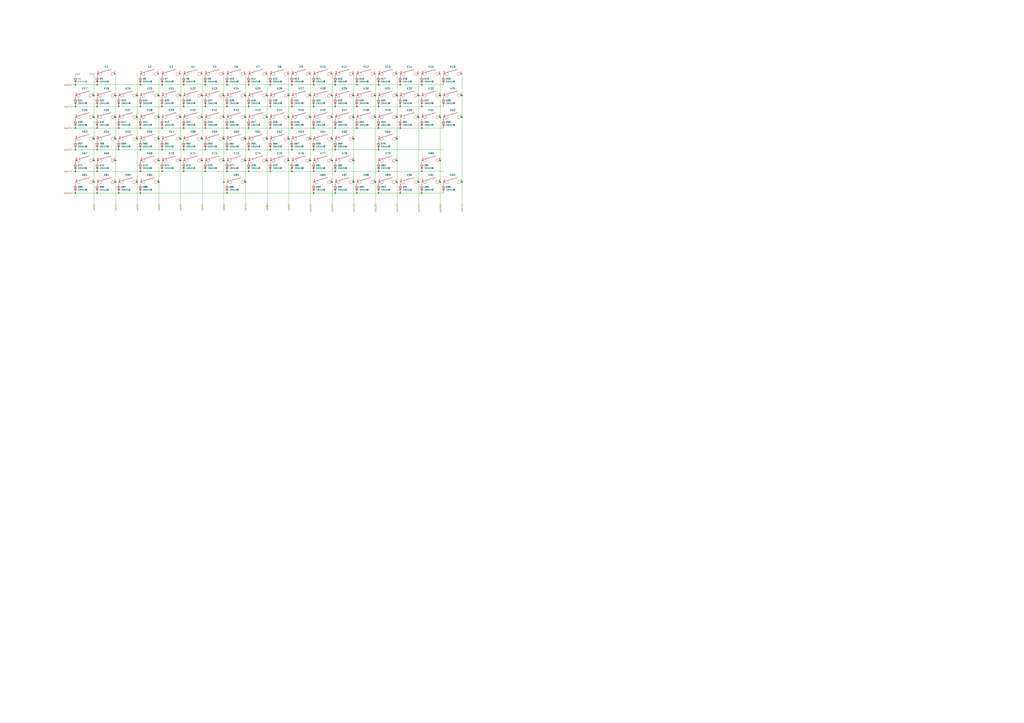
<source format=kicad_sch>
(kicad_sch (version 20211123) (generator eeschema)
  (paper "A1")
  (junction (at 361.696 131.953) (diameter 1.016))
  (junction (at 77.216 78.613) (diameter 1.016))
  (junction (at 77.216 96.393) (diameter 1.016))
  (junction (at 133.096 140.843) (diameter 1.016))
  (junction (at 201.676 114.173) (diameter 1.016))
  (junction (at 219.456 96.393) (diameter 1.016))
  (junction (at 290.576 96.393) (diameter 1.016))
  (junction (at 255.016 78.613) (diameter 1.016))
  (junction (at 61.976 105.283) (diameter 1.016))
  (junction (at 328.676 87.503) (diameter 1.016))
  (junction (at 150.876 105.283) (diameter 1.016))
  (junction (at 275.336 123.063) (diameter 1.016))
  (junction (at 97.536 158.623) (diameter 1.016))
  (junction (at 204.216 69.723) (diameter 1.016))
  (junction (at 183.896 96.393) (diameter 1.016))
  (junction (at 166.116 114.173) (diameter 1.016))
  (junction (at 290.576 149.733) (diameter 1.016))
  (junction (at 221.996 87.503) (diameter 1.016))
  (junction (at 272.796 149.733) (diameter 1.016))
  (junction (at 168.656 140.843) (diameter 1.016))
  (junction (at 326.136 114.173) (diameter 1.016))
  (junction (at 272.796 96.393) (diameter 1.016))
  (junction (at 293.116 69.723) (diameter 1.016))
  (junction (at 186.436 87.503) (diameter 1.016))
  (junction (at 201.676 149.733) (diameter 1.016))
  (junction (at 168.656 123.063) (diameter 1.016))
  (junction (at 77.216 114.173) (diameter 1.016))
  (junction (at 275.336 87.503) (diameter 1.016))
  (junction (at 166.116 131.953) (diameter 1.016))
  (junction (at 204.216 87.503) (diameter 1.016))
  (junction (at 61.976 140.843) (diameter 1.016))
  (junction (at 77.216 149.733) (diameter 1.016))
  (junction (at 361.696 149.733) (diameter 1.016))
  (junction (at 272.796 114.173) (diameter 1.016))
  (junction (at 290.576 114.173) (diameter 1.016))
  (junction (at 275.336 69.723) (diameter 1.016))
  (junction (at 221.996 69.723) (diameter 1.016))
  (junction (at 148.336 78.613) (diameter 1.016))
  (junction (at 130.556 96.393) (diameter 1.016))
  (junction (at 239.776 105.283) (diameter 1.016))
  (junction (at 293.116 87.503) (diameter 1.016))
  (junction (at 186.436 158.623) (diameter 1.016))
  (junction (at 326.136 149.733) (diameter 1.016))
  (junction (at 239.776 123.063) (diameter 1.016))
  (junction (at 112.776 114.173) (diameter 1.016))
  (junction (at 326.136 78.613) (diameter 1.016))
  (junction (at 257.556 69.723) (diameter 1.016))
  (junction (at 346.456 140.843) (diameter 1.016))
  (junction (at 204.216 105.283) (diameter 1.016))
  (junction (at 150.876 87.503) (diameter 1.016))
  (junction (at 183.896 131.953) (diameter 1.016))
  (junction (at 310.896 87.503) (diameter 1.016))
  (junction (at 115.316 158.623) (diameter 1.016))
  (junction (at 94.996 78.613) (diameter 1.016))
  (junction (at 79.756 87.503) (diameter 1.016))
  (junction (at 79.756 69.723) (diameter 1.016))
  (junction (at 310.896 123.063) (diameter 1.016))
  (junction (at 150.876 140.843) (diameter 1.016))
  (junction (at 310.896 158.623) (diameter 1.016))
  (junction (at 112.776 149.733) (diameter 1.016))
  (junction (at 275.336 140.843) (diameter 1.016))
  (junction (at 112.776 96.393) (diameter 1.016))
  (junction (at 257.556 123.063) (diameter 1.016))
  (junction (at 221.996 105.283) (diameter 1.016))
  (junction (at 343.916 78.613) (diameter 1.016))
  (junction (at 237.236 78.613) (diameter 1.016))
  (junction (at 379.476 96.393) (diameter 1.016))
  (junction (at 237.236 96.393) (diameter 1.016))
  (junction (at 326.136 131.953) (diameter 1.016))
  (junction (at 166.116 78.613) (diameter 1.016))
  (junction (at 255.016 131.953) (diameter 1.016))
  (junction (at 326.136 96.393) (diameter 1.016))
  (junction (at 61.976 158.623) (diameter 1.016))
  (junction (at 130.556 131.953) (diameter 1.016))
  (junction (at 308.356 96.393) (diameter 1.016))
  (junction (at 130.556 114.173) (diameter 1.016))
  (junction (at 239.776 140.843) (diameter 1.016))
  (junction (at 133.096 105.283) (diameter 1.016))
  (junction (at 186.436 105.283) (diameter 1.016))
  (junction (at 97.536 105.283) (diameter 1.016))
  (junction (at 201.676 96.393) (diameter 1.016))
  (junction (at 168.656 69.723) (diameter 1.016))
  (junction (at 257.556 105.283) (diameter 1.016))
  (junction (at 61.976 69.723) (diameter 1.016))
  (junction (at 343.916 96.393) (diameter 1.016))
  (junction (at 94.996 131.953) (diameter 1.016))
  (junction (at 237.236 131.953) (diameter 1.016))
  (junction (at 79.756 140.843) (diameter 1.016))
  (junction (at 219.456 78.613) (diameter 1.016))
  (junction (at 310.896 69.723) (diameter 1.016))
  (junction (at 133.096 87.503) (diameter 1.016))
  (junction (at 343.916 149.733) (diameter 1.016))
  (junction (at 97.536 87.503) (diameter 1.016))
  (junction (at 77.216 131.953) (diameter 1.016))
  (junction (at 201.676 78.613) (diameter 1.016))
  (junction (at 255.016 96.393) (diameter 1.016))
  (junction (at 148.336 114.173) (diameter 1.016))
  (junction (at 290.576 131.953) (diameter 1.016))
  (junction (at 219.456 114.173) (diameter 1.016))
  (junction (at 272.796 131.953) (diameter 1.016))
  (junction (at 346.456 105.283) (diameter 1.016))
  (junction (at 148.336 96.393) (diameter 1.016))
  (junction (at 346.456 69.723) (diameter 1.016))
  (junction (at 221.996 123.063) (diameter 1.016))
  (junction (at 379.476 78.613) (diameter 1.016))
  (junction (at 94.996 149.733) (diameter 1.016))
  (junction (at 361.696 96.393) (diameter 1.016))
  (junction (at 183.896 78.613) (diameter 1.016))
  (junction (at 257.556 87.503) (diameter 1.016))
  (junction (at 201.676 131.953) (diameter 1.016))
  (junction (at 79.756 105.283) (diameter 1.016))
  (junction (at 94.996 96.393) (diameter 1.016))
  (junction (at 239.776 69.723) (diameter 1.016))
  (junction (at 186.436 123.063) (diameter 1.016))
  (junction (at 272.796 78.613) (diameter 1.016))
  (junction (at 112.776 78.613) (diameter 1.016))
  (junction (at 133.096 69.723) (diameter 1.016))
  (junction (at 97.536 123.063) (diameter 1.016))
  (junction (at 257.556 140.843) (diameter 1.016))
  (junction (at 150.876 123.063) (diameter 1.016))
  (junction (at 130.556 149.733) (diameter 1.016))
  (junction (at 115.316 105.283) (diameter 1.016))
  (junction (at 186.436 140.843) (diameter 1.016))
  (junction (at 79.756 123.063) (diameter 1.016))
  (junction (at 204.216 140.843) (diameter 1.016))
  (junction (at 293.116 105.283) (diameter 1.016))
  (junction (at 115.316 87.503) (diameter 1.016))
  (junction (at 166.116 96.393) (diameter 1.016))
  (junction (at 168.656 105.283) (diameter 1.016))
  (junction (at 346.456 87.503) (diameter 1.016))
  (junction (at 204.216 123.063) (diameter 1.016))
  (junction (at 328.676 69.723) (diameter 1.016))
  (junction (at 183.896 114.173) (diameter 1.016))
  (junction (at 290.576 78.613) (diameter 1.016))
  (junction (at 115.316 69.723) (diameter 1.016))
  (junction (at 308.356 78.613) (diameter 1.016))
  (junction (at 239.776 87.503) (diameter 1.016))
  (junction (at 310.896 105.283) (diameter 1.016))
  (junction (at 79.756 158.623) (diameter 1.016))
  (junction (at 308.356 149.733) (diameter 1.016))
  (junction (at 186.436 69.723) (diameter 1.016))
  (junction (at 293.116 158.623) (diameter 1.016))
  (junction (at 361.696 78.613) (diameter 1.016))
  (junction (at 183.896 149.733) (diameter 1.016))
  (junction (at 61.976 87.503) (diameter 1.016))
  (junction (at 237.236 114.173) (diameter 1.016))
  (junction (at 219.456 131.953) (diameter 1.016))
  (junction (at 328.676 158.623) (diameter 1.016))
  (junction (at 328.676 105.283) (diameter 1.016))
  (junction (at 255.016 114.173) (diameter 1.016))
  (junction (at 148.336 131.953) (diameter 1.016))
  (junction (at 115.316 123.063) (diameter 1.016))
  (junction (at 115.316 140.843) (diameter 1.016))
  (junction (at 379.476 149.733) (diameter 1.016))
  (junction (at 168.656 87.503) (diameter 1.016))
  (junction (at 133.096 123.063) (diameter 1.016))
  (junction (at 310.896 140.843) (diameter 1.016))
  (junction (at 257.556 158.623) (diameter 1.016))
  (junction (at 130.556 78.613) (diameter 1.016))
  (junction (at 150.876 69.723) (diameter 1.016))
  (junction (at 61.976 123.063) (diameter 1.016))
  (junction (at 346.456 158.623) (diameter 1.016))
  (junction (at 275.336 158.623) (diameter 1.016))
  (junction (at 94.996 114.173) (diameter 1.016))
  (junction (at 275.336 105.283) (diameter 1.016))
  (junction (at 221.996 140.843) (diameter 1.016))
  (wire (pts (xy 293.116 151.003) (xy 293.116 149.733)))
  (wire (pts (xy 61.976 115.443) (xy 61.976 114.173)))
  (wire (pts (xy 150.876 115.443) (xy 150.876 114.173)))
  (wire (pts (xy 346.456 69.723) (xy 364.236 69.723)))
  (wire (pts (xy 219.456 131.953) (xy 219.456 167.513)))
  (wire (pts (xy 79.756 97.663) (xy 79.756 96.393)))
  (wire (pts (xy 221.996 115.443) (xy 221.996 114.173)))
  (wire (pts (xy 130.556 131.953) (xy 130.556 149.733)))
  (wire (pts (xy 183.896 114.173) (xy 185.166 114.173)))
  (wire (pts (xy 379.476 78.613) (xy 379.476 96.393)))
  (wire (pts (xy 204.216 105.283) (xy 221.996 105.283)))
  (wire (pts (xy 255.016 78.613) (xy 255.016 96.393)))
  (wire (pts (xy 168.656 123.063) (xy 150.876 123.063)))
  (wire (pts (xy 255.016 60.833) (xy 255.016 78.613)))
  (wire (pts (xy 183.896 114.173) (xy 183.896 96.393)))
  (wire (pts (xy 275.336 115.443) (xy 275.336 114.173)))
  (wire (pts (xy 221.996 69.723) (xy 239.776 69.723)))
  (wire (pts (xy 112.776 96.393) (xy 112.776 114.173)))
  (wire (pts (xy 186.436 123.063) (xy 168.656 123.063)))
  (wire (pts (xy 239.776 97.663) (xy 239.776 96.393)))
  (wire (pts (xy 364.236 79.883) (xy 364.236 78.613)))
  (wire (pts (xy 346.456 62.103) (xy 346.456 60.833)))
  (wire (pts (xy 310.896 158.623) (xy 293.116 158.623)))
  (wire (pts (xy 58.42 87.503) (xy 61.976 87.503)))
  (wire (pts (xy 221.996 87.503) (xy 204.216 87.503)))
  (wire (pts (xy 150.876 62.103) (xy 150.876 60.833)))
  (wire (pts (xy 204.216 133.223) (xy 204.216 131.953)))
  (wire (pts (xy 257.556 105.283) (xy 275.336 105.283)))
  (wire (pts (xy 239.776 105.283) (xy 257.556 105.283)))
  (wire (pts (xy 61.976 151.003) (xy 61.976 149.733)))
  (wire (pts (xy 94.996 60.833) (xy 94.996 78.613)))
  (wire (pts (xy 293.116 97.663) (xy 293.116 96.393)))
  (wire (pts (xy 237.236 131.953) (xy 237.236 167.513)))
  (wire (pts (xy 255.016 96.393) (xy 255.016 114.173)))
  (wire (pts (xy 204.216 123.063) (xy 186.436 123.063)))
  (wire (pts (xy 150.876 69.723) (xy 168.656 69.723)))
  (wire (pts (xy 97.536 158.623) (xy 79.756 158.623)))
  (wire (pts (xy 166.116 131.953) (xy 166.116 114.173)))
  (wire (pts (xy 255.016 114.173) (xy 255.016 131.953)))
  (wire (pts (xy 257.556 69.723) (xy 275.336 69.723)))
  (wire (pts (xy 326.136 78.613) (xy 326.136 96.393)))
  (wire (pts (xy 133.096 97.663) (xy 133.096 96.393)))
  (wire (pts (xy 275.336 79.883) (xy 275.336 78.613)))
  (wire (pts (xy 168.656 140.843) (xy 186.436 140.843)))
  (wire (pts (xy 61.976 62.103) (xy 61.976 60.833)))
  (wire (pts (xy 219.456 60.833) (xy 219.456 78.613)))
  (wire (pts (xy 310.896 105.283) (xy 328.676 105.283)))
  (wire (pts (xy 257.556 123.063) (xy 239.776 123.063)))
  (wire (pts (xy 186.436 115.443) (xy 186.436 114.173)))
  (wire (pts (xy 201.676 114.173) (xy 201.676 131.953)))
  (wire (pts (xy 183.896 96.393) (xy 183.896 78.613)))
  (wire (pts (xy 310.896 123.063) (xy 364.236 123.063)))
  (wire (pts (xy 148.336 131.953) (xy 148.336 167.513)))
  (wire (pts (xy 77.216 60.833) (xy 77.216 78.613)))
  (wire (pts (xy 272.796 114.173) (xy 272.796 131.953)))
  (wire (pts (xy 361.696 96.393) (xy 361.696 131.953)))
  (wire (pts (xy 308.356 149.733) (xy 308.356 167.513)))
  (wire (pts (xy 239.776 123.063) (xy 221.996 123.063)))
  (wire (pts (xy 201.676 96.393) (xy 201.676 114.173)))
  (wire (pts (xy 290.576 149.733) (xy 290.576 167.513)))
  (wire (pts (xy 186.436 133.223) (xy 186.436 131.953)))
  (wire (pts (xy 94.996 96.393) (xy 94.996 78.613)))
  (wire (pts (xy 308.356 96.393) (xy 308.356 149.733)))
  (wire (pts (xy 94.996 167.513) (xy 94.996 149.733)))
  (wire (pts (xy 183.896 167.513) (xy 183.896 149.733)))
  (wire (pts (xy 239.776 140.843) (xy 257.556 140.843)))
  (wire (pts (xy 133.096 140.843) (xy 150.876 140.843)))
  (wire (pts (xy 79.756 105.283) (xy 97.536 105.283)))
  (wire (pts (xy 58.42 69.723) (xy 61.976 69.723)))
  (wire (pts (xy 133.096 133.223) (xy 133.096 131.953)))
  (wire (pts (xy 290.576 60.833) (xy 290.576 78.613)))
  (wire (pts (xy 186.436 140.843) (xy 204.216 140.843)))
  (wire (pts (xy 79.756 151.003) (xy 79.756 149.733)))
  (wire (pts (xy 293.116 69.723) (xy 310.896 69.723)))
  (wire (pts (xy 204.216 97.663) (xy 204.216 96.393)))
  (wire (pts (xy 346.456 140.843) (xy 364.236 140.843)))
  (wire (pts (xy 148.336 78.613) (xy 148.336 96.393)))
  (wire (pts (xy 221.996 140.843) (xy 239.776 140.843)))
  (wire (pts (xy 361.696 78.613) (xy 361.696 96.393)))
  (wire (pts (xy 61.976 97.663) (xy 61.976 96.393)))
  (wire (pts (xy 133.096 87.503) (xy 115.316 87.503)))
  (wire (pts (xy 361.696 149.733) (xy 361.696 167.513)))
  (wire (pts (xy 77.216 114.173) (xy 77.216 96.393)))
  (wire (pts (xy 150.876 97.663) (xy 150.876 96.393)))
  (wire (pts (xy 186.436 87.503) (xy 168.656 87.503)))
  (wire (pts (xy 79.756 133.223) (xy 79.756 131.953)))
  (wire (pts (xy 133.096 123.063) (xy 115.316 123.063)))
  (wire (pts (xy 183.896 149.733) (xy 183.896 131.953)))
  (wire (pts (xy 239.776 79.883) (xy 239.776 78.613)))
  (wire (pts (xy 58.42 158.623) (xy 61.976 158.623)))
  (wire (pts (xy 290.576 131.953) (xy 290.576 149.733)))
  (wire (pts (xy 168.656 105.283) (xy 186.436 105.283)))
  (wire (pts (xy 115.316 115.443) (xy 115.316 114.173)))
  (wire (pts (xy 166.116 96.393) (xy 166.116 78.613)))
  (wire (pts (xy 183.896 131.953) (xy 183.896 114.173)))
  (wire (pts (xy 275.336 69.723) (xy 293.116 69.723)))
  (wire (pts (xy 166.116 114.173) (xy 166.116 96.393)))
  (wire (pts (xy 204.216 115.443) (xy 204.216 114.173)))
  (wire (pts (xy 326.136 96.393) (xy 326.136 114.173)))
  (wire (pts (xy 293.116 62.103) (xy 293.116 60.833)))
  (wire (pts (xy 257.556 151.003) (xy 257.556 149.733)))
  (wire (pts (xy 275.336 123.063) (xy 310.896 123.063)))
  (wire (pts (xy 148.336 60.833) (xy 148.336 78.613)))
  (wire (pts (xy 328.676 62.103) (xy 328.676 60.833)))
  (wire (pts (xy 79.756 158.623) (xy 61.976 158.623)))
  (wire (pts (xy 115.316 133.223) (xy 115.316 131.953)))
  (wire (pts (xy 201.676 60.833) (xy 201.676 78.613)))
  (wire (pts (xy 308.356 60.833) (xy 308.356 78.613)))
  (wire (pts (xy 204.216 79.883) (xy 204.216 78.613)))
  (wire (pts (xy 168.656 69.723) (xy 186.436 69.723)))
  (wire (pts (xy 328.676 97.663) (xy 328.676 96.393)))
  (wire (pts (xy 346.456 105.283) (xy 364.236 105.283)))
  (wire (pts (xy 293.116 105.283) (xy 310.896 105.283)))
  (wire (pts (xy 290.576 96.393) (xy 290.576 114.173)))
  (wire (pts (xy 97.536 151.003) (xy 97.536 149.733)))
  (wire (pts (xy 326.136 60.833) (xy 326.136 78.613)))
  (wire (pts (xy 272.796 60.833) (xy 272.796 78.613)))
  (wire (pts (xy 150.876 133.223) (xy 150.876 131.953)))
  (wire (pts (xy 310.896 62.103) (xy 310.896 60.833)))
  (wire (pts (xy 272.796 78.613) (xy 272.796 96.393)))
  (wire (pts (xy 115.316 140.843) (xy 133.096 140.843)))
  (wire (pts (xy 77.216 96.393) (xy 77.216 78.613)))
  (wire (pts (xy 328.676 69.723) (xy 346.456 69.723)))
  (wire (pts (xy 221.996 133.223) (xy 221.996 131.953)))
  (wire (pts (xy 168.656 79.883) (xy 168.656 78.613)))
  (wire (pts (xy 275.336 105.283) (xy 293.116 105.283)))
  (wire (pts (xy 221.996 105.283) (xy 239.776 105.283)))
  (wire (pts (xy 61.976 133.223) (xy 61.976 131.953)))
  (wire (pts (xy 310.896 140.843) (xy 346.456 140.843)))
  (wire (pts (xy 148.336 96.393) (xy 148.336 114.173)))
  (wire (pts (xy 257.556 115.443) (xy 257.556 114.173)))
  (wire (pts (xy 272.796 96.393) (xy 272.796 114.173)))
  (wire (pts (xy 186.436 158.623) (xy 257.556 158.623)))
  (wire (pts (xy 310.896 79.883) (xy 310.896 78.613)))
  (wire (pts (xy 364.236 151.003) (xy 364.236 149.733)))
  (wire (pts (xy 343.916 60.833) (xy 343.916 78.613)))
  (wire (pts (xy 379.476 60.833) (xy 379.476 78.613)))
  (wire (pts (xy 361.696 131.953) (xy 361.696 149.733)))
  (wire (pts (xy 168.656 133.223) (xy 168.656 131.953)))
  (wire (pts (xy 79.756 123.063) (xy 61.976 123.063)))
  (wire (pts (xy 326.136 114.173) (xy 326.136 131.953)))
  (wire (pts (xy 61.976 69.723) (xy 79.756 69.723)))
  (wire (pts (xy 61.976 105.283) (xy 79.756 105.283)))
  (wire (pts (xy 150.876 87.503) (xy 133.096 87.503)))
  (wire (pts (xy 115.316 87.503) (xy 97.536 87.503)))
  (wire (pts (xy 97.536 115.443) (xy 97.536 114.173)))
  (wire (pts (xy 255.016 131.953) (xy 255.016 167.513)))
  (wire (pts (xy 379.476 149.733) (xy 379.476 167.513)))
  (wire (pts (xy 204.216 62.103) (xy 204.216 60.833)))
  (wire (pts (xy 221.996 79.883) (xy 221.996 78.613)))
  (wire (pts (xy 94.996 96.393) (xy 94.996 114.173)))
  (wire (pts (xy 168.656 115.443) (xy 168.656 114.173)))
  (wire (pts (xy 310.896 133.223) (xy 310.896 131.953)))
  (wire (pts (xy 237.236 78.613) (xy 237.236 96.393)))
  (wire (pts (xy 150.876 140.843) (xy 168.656 140.843)))
  (wire (pts (xy 364.236 97.663) (xy 364.236 96.393)))
  (wire (pts (xy 58.42 105.283) (xy 61.976 105.283)))
  (wire (pts (xy 112.776 114.173) (xy 112.776 149.733)))
  (wire (pts (xy 186.436 97.663) (xy 186.436 96.393)))
  (wire (pts (xy 275.336 158.623) (xy 257.556 158.623)))
  (wire (pts (xy 275.336 97.663) (xy 275.336 96.393)))
  (wire (pts (xy 204.216 69.723) (xy 221.996 69.723)))
  (wire (pts (xy 130.556 149.733) (xy 130.556 167.513)))
  (wire (pts (xy 150.876 105.283) (xy 168.656 105.283)))
  (wire (pts (xy 257.556 140.843) (xy 275.336 140.843)))
  (wire (pts (xy 293.116 79.883) (xy 293.116 78.613)))
  (wire (pts (xy 115.316 151.003) (xy 115.316 149.733)))
  (wire (pts (xy 328.676 105.283) (xy 346.456 105.283)))
  (wire (pts (xy 186.436 105.283) (xy 204.216 105.283)))
  (wire (pts (xy 130.556 114.173) (xy 130.556 131.953)))
  (wire (pts (xy 133.096 62.103) (xy 133.096 60.833)))
  (wire (pts (xy 186.436 62.103) (xy 186.436 60.833)))
  (wire (pts (xy 168.656 62.103) (xy 168.656 60.833)))
  (wire (pts (xy 61.976 79.883) (xy 61.976 78.613)))
  (wire (pts (xy 79.756 87.503) (xy 61.976 87.503)))
  (wire (pts (xy 239.776 69.723) (xy 257.556 69.723)))
  (wire (pts (xy 346.456 97.663) (xy 346.456 96.393)))
  (wire (pts (xy 61.976 140.843) (xy 79.756 140.843)))
  (wire (pts (xy 79.756 140.843) (xy 115.316 140.843)))
  (wire (pts (xy 219.456 78.613) (xy 219.456 96.393)))
  (wire (pts (xy 166.116 131.953) (xy 166.116 167.513)))
  (wire (pts (xy 115.316 62.103) (xy 115.316 60.833)))
  (wire (pts (xy 79.756 69.723) (xy 115.316 69.723)))
  (wire (pts (xy 168.656 87.503) (xy 150.876 87.503)))
  (wire (pts (xy 115.316 97.663) (xy 115.316 96.393)))
  (wire (pts (xy 77.216 167.513) (xy 77.216 149.733)))
  (wire (pts (xy 237.236 114.173) (xy 237.236 131.953)))
  (wire (pts (xy 115.316 158.623) (xy 186.436 158.623)))
  (wire (pts (xy 166.116 78.613) (xy 166.116 60.833)))
  (wire (pts (xy 328.676 79.883) (xy 328.676 78.613)))
  (wire (pts (xy 310.896 69.723) (xy 328.676 69.723)))
  (wire (pts (xy 272.796 131.953) (xy 272.796 149.733)))
  (wire (pts (xy 364.236 158.623) (xy 346.456 158.623)))
  (wire (pts (xy 94.996 114.173) (xy 94.996 131.953)))
  (wire (pts (xy 94.996 131.953) (xy 94.996 149.733)))
  (wire (pts (xy 221.996 62.103) (xy 221.996 60.833)))
  (wire (pts (xy 328.676 87.503) (xy 310.896 87.503)))
  (wire (pts (xy 97.536 87.503) (xy 79.756 87.503)))
  (wire (pts (xy 275.336 133.223) (xy 275.336 131.953)))
  (wire (pts (xy 130.556 60.833) (xy 130.556 78.613)))
  (wire (pts (xy 166.116 78.613) (xy 167.386 78.613)))
  (wire (pts (xy 293.116 87.503) (xy 275.336 87.503)))
  (wire (pts (xy 58.42 140.843) (xy 61.976 140.843)))
  (wire (pts (xy 133.096 115.443) (xy 133.096 114.173)))
  (wire (pts (xy 204.216 87.503) (xy 186.436 87.503)))
  (wire (pts (xy 275.336 151.003) (xy 275.336 149.733)))
  (wire (pts (xy 346.456 79.883) (xy 346.456 78.613)))
  (wire (pts (xy 343.916 149.733) (xy 343.916 167.513)))
  (wire (pts (xy 201.676 149.733) (xy 201.676 167.513)))
  (wire (pts (xy 148.336 114.173) (xy 148.336 131.953)))
  (wire (pts (xy 290.576 78.613) (xy 290.576 96.393)))
  (wire (pts (xy 183.896 78.613) (xy 185.166 78.613)))
  (wire (pts (xy 168.656 97.663) (xy 168.656 96.393)))
  (wire (pts (xy 204.216 140.843) (xy 221.996 140.843)))
  (wire (pts (xy 326.136 149.733) (xy 326.136 167.513)))
  (wire (pts (xy 150.876 123.063) (xy 133.096 123.063)))
  (wire (pts (xy 379.476 96.393) (xy 379.476 149.733)))
  (wire (pts (xy 186.436 151.003) (xy 186.436 149.733)))
  (wire (pts (xy 364.236 62.103) (xy 364.236 60.833)))
  (wire (pts (xy 346.456 87.503) (xy 328.676 87.503)))
  (wire (pts (xy 237.236 60.833) (xy 237.236 78.613)))
  (wire (pts (xy 310.896 115.443) (xy 310.896 114.173)))
  (wire (pts (xy 77.216 131.953) (xy 77.216 114.173)))
  (wire (pts (xy 186.436 69.723) (xy 204.216 69.723)))
  (wire (pts (xy 115.316 105.283) (xy 133.096 105.283)))
  (wire (pts (xy 346.456 151.003) (xy 346.456 149.733)))
  (wire (pts (xy 97.536 123.063) (xy 79.756 123.063)))
  (wire (pts (xy 275.336 87.503) (xy 257.556 87.503)))
  (wire (pts (xy 346.456 133.223) (xy 346.456 131.953)))
  (wire (pts (xy 219.456 96.393) (xy 219.456 114.173)))
  (wire (pts (xy 183.896 78.613) (xy 183.896 60.833)))
  (wire (pts (xy 166.116 114.173) (xy 167.386 114.173)))
  (wire (pts (xy 112.776 78.613) (xy 112.776 96.393)))
  (wire (pts (xy 115.316 158.623) (xy 97.536 158.623)))
  (wire (pts (xy 239.776 62.103) (xy 239.776 60.833)))
  (wire (pts (xy 310.896 151.003) (xy 310.896 149.733)))
  (wire (pts (xy 183.896 149.733) (xy 185.166 149.733)))
  (wire (pts (xy 133.096 79.883) (xy 133.096 78.613)))
  (wire (pts (xy 130.556 96.393) (xy 130.556 114.173)))
  (wire (pts (xy 79.756 115.443) (xy 79.756 114.173)))
  (wire (pts (xy 58.42 123.063) (xy 61.976 123.063)))
  (wire (pts (xy 201.676 131.953) (xy 201.676 149.733)))
  (wire (pts (xy 130.556 78.613) (xy 130.556 96.393)))
  (wire (pts (xy 150.876 79.883) (xy 150.876 78.613)))
  (wire (pts (xy 77.216 149.733) (xy 77.216 131.953)))
  (wire (pts (xy 112.776 60.833) (xy 112.776 78.613)))
  (wire (pts (xy 364.236 87.503) (xy 346.456 87.503)))
  (wire (pts (xy 275.336 123.063) (xy 257.556 123.063)))
  (wire (pts (xy 112.776 149.733) (xy 112.776 167.513)))
  (wire (pts (xy 361.696 60.833) (xy 361.696 78.613)))
  (wire (pts (xy 275.336 140.843) (xy 310.896 140.843)))
  (wire (pts (xy 308.356 78.613) (xy 308.356 96.393)))
  (wire (pts (xy 310.896 87.503) (xy 293.116 87.503)))
  (wire (pts (xy 239.776 115.443) (xy 239.776 114.173)))
  (wire (pts (xy 293.116 158.623) (xy 275.336 158.623)))
  (wire (pts (xy 328.676 158.623) (xy 310.896 158.623)))
  (wire (pts (xy 343.916 78.613) (xy 343.916 96.393)))
  (wire (pts (xy 97.536 105.283) (xy 115.316 105.283)))
  (wire (pts (xy 219.456 114.173) (xy 219.456 131.953)))
  (wire (pts (xy 257.556 133.223) (xy 257.556 131.953)))
  (wire (pts (xy 272.796 149.733) (xy 272.796 167.513)))
  (wire (pts (xy 239.776 87.503) (xy 221.996 87.503)))
  (wire (pts (xy 115.316 69.723) (xy 133.096 69.723)))
  (wire (pts (xy 115.316 79.883) (xy 115.316 78.613)))
  (wire (pts (xy 186.436 79.883) (xy 186.436 78.613)))
  (wire (pts (xy 133.096 105.283) (xy 150.876 105.283)))
  (wire (pts (xy 346.456 158.623) (xy 328.676 158.623)))
  (wire (pts (xy 290.576 114.173) (xy 290.576 131.953)))
  (wire (pts (xy 343.916 96.393) (xy 343.916 149.733)))
  (wire (pts (xy 79.756 62.103) (xy 79.756 60.833)))
  (wire (pts (xy 133.096 69.723) (xy 150.876 69.723)))
  (wire (pts (xy 221.996 97.663) (xy 221.996 96.393)))
  (wire (pts (xy 115.316 123.063) (xy 97.536 123.063)))
  (wire (pts (xy 257.556 79.883) (xy 257.556 78.613)))
  (wire (pts (xy 221.996 123.063) (xy 204.216 123.063)))
  (wire (pts (xy 257.556 97.663) (xy 257.556 96.393)))
  (wire (pts (xy 97.536 79.883) (xy 97.536 78.613)))
  (wire (pts (xy 239.776 133.223) (xy 239.776 131.953)))
  (wire (pts (xy 257.556 87.503) (xy 239.776 87.503)))
  (wire (pts (xy 310.896 97.663) (xy 310.896 96.393)))
  (wire (pts (xy 237.236 96.393) (xy 237.236 114.173)))
  (wire (pts (xy 79.756 79.883) (xy 79.756 78.613)))
  (wire (pts (xy 328.676 151.003) (xy 328.676 149.733)))
  (wire (pts (xy 326.136 131.953) (xy 326.136 149.733)))
  (wire (pts (xy 275.336 62.103) (xy 275.336 60.833)))
  (wire (pts (xy 201.676 78.613) (xy 201.676 96.393)))
  (wire (pts (xy 257.556 62.103) (xy 257.556 60.833)))
  (wire (pts (xy 97.536 97.663) (xy 97.536 96.393)))
  (hierarchical_label "row0" (shape output) (at 58.42 69.723 180))
  (hierarchical_label "col6" (shape input) (at 183.896 167.513 270))
  (hierarchical_label "col15" (shape input) (at 343.916 167.513 270))
  (hierarchical_label "col5" (shape input) (at 166.116 167.513 270))
  (hierarchical_label "col3" (shape input) (at 130.556 167.513 270))
  (hierarchical_label "col8" (shape input) (at 219.456 167.513 270))
  (hierarchical_label "row5" (shape output) (at 58.42 158.623 180))
  (hierarchical_label "col17" (shape input) (at 379.476 167.513 270))
  (hierarchical_label "col2" (shape input) (at 112.776 167.513 270))
  (hierarchical_label "col11" (shape input) (at 272.796 167.513 270))
  (hierarchical_label "E1" (shape output) (at 77.216 60.833 180))
  (hierarchical_label "col10" (shape input) (at 255.016 167.513 270))
  (hierarchical_label "row3" (shape output) (at 58.42 123.063 180))
  (hierarchical_label "col7" (shape input) (at 201.676 167.513 270))
  (hierarchical_label "col9" (shape input) (at 237.236 167.513 270))
  (hierarchical_label "row4" (shape output) (at 58.42 140.843 180))
  (hierarchical_label "col14" (shape input) (at 326.136 167.513 270))
  (hierarchical_label "col0" (shape input) (at 77.216 167.513 270))
  (hierarchical_label "col12" (shape input) (at 290.576 167.513 270))
  (hierarchical_label "col1" (shape input) (at 94.996 167.513 270))
  (hierarchical_label "col13" (shape input) (at 308.356 167.513 270))
  (hierarchical_label "col4" (shape input) (at 148.336 167.513 270))
  (hierarchical_label "row2" (shape output) (at 58.42 105.283 180))
  (hierarchical_label "E2" (shape input) (at 61.976 60.833 0))
  (hierarchical_label "row1" (shape output) (at 58.42 87.503 180))
  (hierarchical_label "col16" (shape input) (at 361.696 167.513 270))
  (symbol (lib_id "Diode:1N4148") (at 61.976 65.913 90) (unit 1)
    (property "Reference" "D4" (at 63.9826 64.7446 90) (effects (justify right)))
    (property "Value" "1N4148" (at 63.9826 67.056 90) (effects (justify right)))
    (property "Footprint" "Diode_SMD:D_SOD-123F" (effects hide))
    (property "Datasheet" "https://assets.nexperia.com/documents/data-sheet/1N4148_1N4448.pdf" (effects hide))
  )
  (symbol (lib_id "Keyboard_Parts:KEYSW") (at 87.376 60.833 0) (unit 1)
    (property "Reference" "K1" (at 87.376 54.9148 0) (effects (font (size 1.524 1.524))))
    (property "Value" "KEYSW" (effects hide))
    (property "Footprint" "keyswitches:Kailh_socket_MX_1u" (effects hide))
  )
  (symbol (lib_id "Diode:1N4148") (at 79.756 65.913 90) (unit 1)
    (property "Reference" "D5" (at 81.7626 64.7446 90) (effects (justify right)))
    (property "Value" "1N4148" (at 81.7626 67.056 90) (effects (justify right)))
    (property "Footprint" "Diode_SMD:D_SOD-123F" (effects hide))
    (property "Datasheet" "https://assets.nexperia.com/documents/data-sheet/1N4148_1N4448.pdf" (effects hide))
  )
  (symbol (lib_id "Keyboard_Parts:KEYSW") (at 122.936 60.833 0) (unit 1)
    (property "Reference" "K2" (at 122.936 54.9148 0) (effects (font (size 1.524 1.524))))
    (property "Value" "KEYSW" (effects hide))
    (property "Footprint" "keyswitches:Kailh_socket_MX_1u" (effects hide))
  )
  (symbol (lib_id "Diode:1N4148") (at 115.316 65.913 90) (unit 1)
    (property "Reference" "D6" (at 117.3226 64.7446 90) (effects (justify right)))
    (property "Value" "1N4148" (at 117.3226 67.056 90) (effects (justify right)))
    (property "Footprint" "Diode_SMD:D_SOD-123F" (effects hide))
    (property "Datasheet" "https://assets.nexperia.com/documents/data-sheet/1N4148_1N4448.pdf" (effects hide))
  )
  (symbol (lib_id "Keyboard_Parts:KEYSW") (at 140.716 60.833 0) (unit 1)
    (property "Reference" "K3" (at 140.716 54.9148 0) (effects (font (size 1.524 1.524))))
    (property "Value" "KEYSW" (effects hide))
    (property "Footprint" "keyswitches:Kailh_socket_MX_1u" (effects hide))
  )
  (symbol (lib_id "Diode:1N4148") (at 133.096 65.913 90) (unit 1)
    (property "Reference" "D7" (at 135.1026 64.7446 90) (effects (justify right)))
    (property "Value" "1N4148" (at 135.1026 67.056 90) (effects (justify right)))
    (property "Footprint" "Diode_SMD:D_SOD-123F" (effects hide))
    (property "Datasheet" "https://assets.nexperia.com/documents/data-sheet/1N4148_1N4448.pdf" (effects hide))
  )
  (symbol (lib_id "Keyboard_Parts:KEYSW") (at 158.496 60.833 0) (unit 1)
    (property "Reference" "K4" (at 158.496 54.9148 0) (effects (font (size 1.524 1.524))))
    (property "Value" "KEYSW" (effects hide))
    (property "Footprint" "keyswitches:Kailh_socket_MX_1u" (effects hide))
  )
  (symbol (lib_id "Diode:1N4148") (at 150.876 65.913 90) (unit 1)
    (property "Reference" "D8" (at 152.8826 64.7446 90) (effects (justify right)))
    (property "Value" "1N4148" (at 152.8826 67.056 90) (effects (justify right)))
    (property "Footprint" "Diode_SMD:D_SOD-123F" (effects hide))
    (property "Datasheet" "https://assets.nexperia.com/documents/data-sheet/1N4148_1N4448.pdf" (effects hide))
  )
  (symbol (lib_id "Keyboard_Parts:KEYSW") (at 176.276 60.833 0) (unit 1)
    (property "Reference" "K5" (at 176.276 54.9148 0) (effects (font (size 1.524 1.524))))
    (property "Value" "KEYSW" (effects hide))
    (property "Footprint" "keyswitches:Kailh_socket_MX_1u" (effects hide))
  )
  (symbol (lib_id "Diode:1N4148") (at 168.656 65.913 90) (unit 1)
    (property "Reference" "D9" (at 170.6626 64.7446 90) (effects (justify right)))
    (property "Value" "1N4148" (at 170.6626 67.056 90) (effects (justify right)))
    (property "Footprint" "Diode_SMD:D_SOD-123F" (effects hide))
    (property "Datasheet" "https://assets.nexperia.com/documents/data-sheet/1N4148_1N4448.pdf" (effects hide))
  )
  (symbol (lib_id "Keyboard_Parts:KEYSW") (at 194.056 60.833 0) (unit 1)
    (property "Reference" "K6" (at 194.056 54.9148 0) (effects (font (size 1.524 1.524))))
    (property "Value" "KEYSW" (effects hide))
    (property "Footprint" "keyswitches:Kailh_socket_MX_1u" (effects hide))
  )
  (symbol (lib_id "Diode:1N4148") (at 186.436 65.913 90) (unit 1)
    (property "Reference" "D10" (at 188.4426 64.7446 90) (effects (justify right)))
    (property "Value" "1N4148" (at 188.4426 67.056 90) (effects (justify right)))
    (property "Footprint" "Diode_SMD:D_SOD-123F" (effects hide))
    (property "Datasheet" "https://assets.nexperia.com/documents/data-sheet/1N4148_1N4448.pdf" (effects hide))
  )
  (symbol (lib_id "Keyboard_Parts:KEYSW") (at 211.836 60.833 0) (unit 1)
    (property "Reference" "K7" (at 211.836 54.9148 0) (effects (font (size 1.524 1.524))))
    (property "Value" "KEYSW" (effects hide))
    (property "Footprint" "keyswitches:Kailh_socket_MX_1u" (effects hide))
  )
  (symbol (lib_id "Diode:1N4148") (at 204.216 65.913 90) (unit 1)
    (property "Reference" "D11" (at 206.2226 64.7446 90) (effects (justify right)))
    (property "Value" "1N4148" (at 206.2226 67.056 90) (effects (justify right)))
    (property "Footprint" "Diode_SMD:D_SOD-123F" (effects hide))
    (property "Datasheet" "https://assets.nexperia.com/documents/data-sheet/1N4148_1N4448.pdf" (effects hide))
  )
  (symbol (lib_id "Keyboard_Parts:KEYSW") (at 229.616 60.833 0) (unit 1)
    (property "Reference" "K8" (at 229.616 54.9148 0) (effects (font (size 1.524 1.524))))
    (property "Value" "KEYSW" (effects hide))
    (property "Footprint" "keyswitches:Kailh_socket_MX_1u" (effects hide))
  )
  (symbol (lib_id "Diode:1N4148") (at 221.996 65.913 90) (unit 1)
    (property "Reference" "D12" (at 224.0026 64.7446 90) (effects (justify right)))
    (property "Value" "1N4148" (at 224.0026 67.056 90) (effects (justify right)))
    (property "Footprint" "Diode_SMD:D_SOD-123F" (effects hide))
    (property "Datasheet" "https://assets.nexperia.com/documents/data-sheet/1N4148_1N4448.pdf" (effects hide))
  )
  (symbol (lib_id "Keyboard_Parts:KEYSW") (at 247.396 60.833 0) (unit 1)
    (property "Reference" "K9" (at 247.396 54.9148 0) (effects (font (size 1.524 1.524))))
    (property "Value" "KEYSW" (effects hide))
    (property "Footprint" "keyswitches:Kailh_socket_MX_1u" (effects hide))
  )
  (symbol (lib_id "Diode:1N4148") (at 239.776 65.913 90) (unit 1)
    (property "Reference" "D13" (at 241.7826 64.7446 90) (effects (justify right)))
    (property "Value" "1N4148" (at 241.7826 67.056 90) (effects (justify right)))
    (property "Footprint" "Diode_SMD:D_SOD-123F" (effects hide))
    (property "Datasheet" "https://assets.nexperia.com/documents/data-sheet/1N4148_1N4448.pdf" (effects hide))
  )
  (symbol (lib_id "Keyboard_Parts:KEYSW") (at 265.176 60.833 0) (unit 1)
    (property "Reference" "K10" (at 265.176 54.9148 0) (effects (font (size 1.524 1.524))))
    (property "Value" "KEYSW" (effects hide))
    (property "Footprint" "keyswitches:Kailh_socket_MX_1u" (effects hide))
  )
  (symbol (lib_id "Diode:1N4148") (at 257.556 65.913 90) (unit 1)
    (property "Reference" "D14" (at 259.5626 64.7446 90) (effects (justify right)))
    (property "Value" "1N4148" (at 259.5626 67.056 90) (effects (justify right)))
    (property "Footprint" "Diode_SMD:D_SOD-123F" (effects hide))
    (property "Datasheet" "https://assets.nexperia.com/documents/data-sheet/1N4148_1N4448.pdf" (effects hide))
  )
  (symbol (lib_id "Keyboard_Parts:KEYSW") (at 282.956 60.833 0) (unit 1)
    (property "Reference" "K11" (at 282.956 54.9148 0) (effects (font (size 1.524 1.524))))
    (property "Value" "KEYSW" (effects hide))
    (property "Footprint" "keyswitches:Kailh_socket_MX_1u" (effects hide))
  )
  (symbol (lib_id "Diode:1N4148") (at 275.336 65.913 90) (unit 1)
    (property "Reference" "D15" (at 277.3426 64.7446 90) (effects (justify right)))
    (property "Value" "1N4148" (at 277.3426 67.056 90) (effects (justify right)))
    (property "Footprint" "Diode_SMD:D_SOD-123F" (effects hide))
    (property "Datasheet" "https://assets.nexperia.com/documents/data-sheet/1N4148_1N4448.pdf" (effects hide))
  )
  (symbol (lib_id "Keyboard_Parts:KEYSW") (at 300.736 60.833 0) (unit 1)
    (property "Reference" "K12" (at 300.736 54.9148 0) (effects (font (size 1.524 1.524))))
    (property "Value" "KEYSW" (effects hide))
    (property "Footprint" "keyswitches:Kailh_socket_MX_1u" (effects hide))
  )
  (symbol (lib_id "Diode:1N4148") (at 293.116 65.913 90) (unit 1)
    (property "Reference" "D16" (at 295.1226 64.7446 90) (effects (justify right)))
    (property "Value" "1N4148" (at 295.1226 67.056 90) (effects (justify right)))
    (property "Footprint" "Diode_SMD:D_SOD-123F" (effects hide))
    (property "Datasheet" "https://assets.nexperia.com/documents/data-sheet/1N4148_1N4448.pdf" (effects hide))
  )
  (symbol (lib_id "Keyboard_Parts:KEYSW") (at 318.516 60.833 0) (unit 1)
    (property "Reference" "K13" (at 318.516 54.9148 0) (effects (font (size 1.524 1.524))))
    (property "Value" "KEYSW" (effects hide))
    (property "Footprint" "keyswitches:Kailh_socket_MX_1u" (effects hide))
  )
  (symbol (lib_id "Diode:1N4148") (at 310.896 65.913 90) (unit 1)
    (property "Reference" "D17" (at 312.9026 64.7446 90) (effects (justify right)))
    (property "Value" "1N4148" (at 312.9026 67.056 90) (effects (justify right)))
    (property "Footprint" "Diode_SMD:D_SOD-123F" (effects hide))
    (property "Datasheet" "https://assets.nexperia.com/documents/data-sheet/1N4148_1N4448.pdf" (effects hide))
  )
  (symbol (lib_id "Keyboard_Parts:KEYSW") (at 336.296 60.833 0) (unit 1)
    (property "Reference" "K14" (at 336.296 54.9148 0) (effects (font (size 1.524 1.524))))
    (property "Value" "KEYSW" (effects hide))
    (property "Footprint" "keyswitches:Kailh_socket_MX_1u" (effects hide))
  )
  (symbol (lib_id "Diode:1N4148") (at 328.676 65.913 90) (unit 1)
    (property "Reference" "D18" (at 330.6826 64.7446 90) (effects (justify right)))
    (property "Value" "1N4148" (at 330.6826 67.056 90) (effects (justify right)))
    (property "Footprint" "Diode_SMD:D_SOD-123F" (effects hide))
    (property "Datasheet" "https://assets.nexperia.com/documents/data-sheet/1N4148_1N4448.pdf" (effects hide))
  )
  (symbol (lib_id "Keyboard_Parts:KEYSW") (at 354.076 60.833 0) (unit 1)
    (property "Reference" "K15" (at 354.076 54.9148 0) (effects (font (size 1.524 1.524))))
    (property "Value" "KEYSW" (effects hide))
    (property "Footprint" "keyswitches:Kailh_socket_MX_1u" (effects hide))
  )
  (symbol (lib_id "Diode:1N4148") (at 346.456 65.913 90) (unit 1)
    (property "Reference" "D19" (at 348.4626 64.7446 90) (effects (justify right)))
    (property "Value" "1N4148" (at 348.4626 67.056 90) (effects (justify right)))
    (property "Footprint" "Diode_SMD:D_SOD-123F" (effects hide))
    (property "Datasheet" "https://assets.nexperia.com/documents/data-sheet/1N4148_1N4448.pdf" (effects hide))
  )
  (symbol (lib_id "Keyboard_Parts:KEYSW") (at 371.856 60.833 0) (unit 1)
    (property "Reference" "K16" (at 371.856 54.9148 0) (effects (font (size 1.524 1.524))))
    (property "Value" "KEYSW" (effects hide))
    (property "Footprint" "keyswitches:Kailh_socket_MX_1u" (effects hide))
  )
  (symbol (lib_id "Diode:1N4148") (at 364.236 65.913 90) (unit 1)
    (property "Reference" "D20" (at 366.2426 64.7446 90) (effects (justify right)))
    (property "Value" "1N4148" (at 366.2426 67.056 90) (effects (justify right)))
    (property "Footprint" "Diode_SMD:D_SOD-123F" (effects hide))
    (property "Datasheet" "https://assets.nexperia.com/documents/data-sheet/1N4148_1N4448.pdf" (effects hide))
  )
  (symbol (lib_id "Keyboard_Parts:KEYSW") (at 69.596 78.613 0) (unit 1)
    (property "Reference" "K17" (at 69.596 72.6948 0) (effects (font (size 1.524 1.524))))
    (property "Value" "KEYSW" (effects hide))
    (property "Footprint" "keyswitches:Kailh_socket_MX_1u" (effects hide))
  )
  (symbol (lib_id "Diode:1N4148") (at 61.976 83.693 90) (unit 1)
    (property "Reference" "D21" (at 63.9826 82.5246 90) (effects (justify right)))
    (property "Value" "1N4148" (at 63.9826 84.836 90) (effects (justify right)))
    (property "Footprint" "Diode_SMD:D_SOD-123F" (effects hide))
    (property "Datasheet" "https://assets.nexperia.com/documents/data-sheet/1N4148_1N4448.pdf" (effects hide))
  )
  (symbol (lib_id "Keyboard_Parts:KEYSW") (at 87.376 78.613 0) (unit 1)
    (property "Reference" "K18" (at 87.376 72.6948 0) (effects (font (size 1.524 1.524))))
    (property "Value" "KEYSW" (effects hide))
    (property "Footprint" "keyswitches:Kailh_socket_MX_1u" (effects hide))
  )
  (symbol (lib_id "Diode:1N4148") (at 79.756 83.693 90) (unit 1)
    (property "Reference" "D22" (at 81.7626 82.5246 90) (effects (justify right)))
    (property "Value" "1N4148" (at 81.7626 84.836 90) (effects (justify right)))
    (property "Footprint" "Diode_SMD:D_SOD-123F" (effects hide))
    (property "Datasheet" "https://assets.nexperia.com/documents/data-sheet/1N4148_1N4448.pdf" (effects hide))
  )
  (symbol (lib_id "Keyboard_Parts:KEYSW") (at 105.156 78.613 0) (unit 1)
    (property "Reference" "K19" (at 105.156 72.6948 0) (effects (font (size 1.524 1.524))))
    (property "Value" "KEYSW" (effects hide))
    (property "Footprint" "keyswitches:Kailh_socket_MX_1u" (effects hide))
  )
  (symbol (lib_id "Diode:1N4148") (at 97.536 83.693 90) (unit 1)
    (property "Reference" "D23" (at 99.5426 82.5246 90) (effects (justify right)))
    (property "Value" "1N4148" (at 99.5426 84.836 90) (effects (justify right)))
    (property "Footprint" "Diode_SMD:D_SOD-123F" (effects hide))
    (property "Datasheet" "https://assets.nexperia.com/documents/data-sheet/1N4148_1N4448.pdf" (effects hide))
  )
  (symbol (lib_id "Keyboard_Parts:KEYSW") (at 122.936 78.613 0) (unit 1)
    (property "Reference" "K20" (at 122.936 72.6948 0) (effects (font (size 1.524 1.524))))
    (property "Value" "KEYSW" (effects hide))
    (property "Footprint" "keyswitches:Kailh_socket_MX_1u" (effects hide))
  )
  (symbol (lib_id "Diode:1N4148") (at 115.316 83.693 90) (unit 1)
    (property "Reference" "D24" (at 117.3226 82.5246 90) (effects (justify right)))
    (property "Value" "1N4148" (at 117.3226 84.836 90) (effects (justify right)))
    (property "Footprint" "Diode_SMD:D_SOD-123F" (effects hide))
    (property "Datasheet" "https://assets.nexperia.com/documents/data-sheet/1N4148_1N4448.pdf" (effects hide))
  )
  (symbol (lib_id "Keyboard_Parts:KEYSW") (at 140.716 78.613 0) (unit 1)
    (property "Reference" "K21" (at 140.716 72.6948 0) (effects (font (size 1.524 1.524))))
    (property "Value" "KEYSW" (effects hide))
    (property "Footprint" "keyswitches:Kailh_socket_MX_1u" (effects hide))
  )
  (symbol (lib_id "Diode:1N4148") (at 133.096 83.693 90) (unit 1)
    (property "Reference" "D25" (at 135.1026 82.5246 90) (effects (justify right)))
    (property "Value" "1N4148" (at 135.1026 84.836 90) (effects (justify right)))
    (property "Footprint" "Diode_SMD:D_SOD-123F" (effects hide))
    (property "Datasheet" "https://assets.nexperia.com/documents/data-sheet/1N4148_1N4448.pdf" (effects hide))
  )
  (symbol (lib_id "Keyboard_Parts:KEYSW") (at 158.496 78.613 0) (unit 1)
    (property "Reference" "K22" (at 158.496 72.6948 0) (effects (font (size 1.524 1.524))))
    (property "Value" "KEYSW" (effects hide))
    (property "Footprint" "keyswitches:Kailh_socket_MX_1u" (effects hide))
  )
  (symbol (lib_id "Diode:1N4148") (at 150.876 83.693 90) (unit 1)
    (property "Reference" "D26" (at 152.8826 82.5246 90) (effects (justify right)))
    (property "Value" "1N4148" (at 152.8826 84.836 90) (effects (justify right)))
    (property "Footprint" "Diode_SMD:D_SOD-123F" (effects hide))
    (property "Datasheet" "https://assets.nexperia.com/documents/data-sheet/1N4148_1N4448.pdf" (effects hide))
  )
  (symbol (lib_id "Keyboard_Parts:KEYSW") (at 176.276 78.613 0) (unit 1)
    (property "Reference" "K23" (at 176.276 72.6948 0) (effects (font (size 1.524 1.524))))
    (property "Value" "KEYSW" (effects hide))
    (property "Footprint" "keyswitches:Kailh_socket_MX_1u" (effects hide))
  )
  (symbol (lib_id "Diode:1N4148") (at 168.656 83.693 90) (unit 1)
    (property "Reference" "D27" (at 170.6626 82.5246 90) (effects (justify right)))
    (property "Value" "1N4148" (at 170.6626 84.836 90) (effects (justify right)))
    (property "Footprint" "Diode_SMD:D_SOD-123F" (effects hide))
    (property "Datasheet" "https://assets.nexperia.com/documents/data-sheet/1N4148_1N4448.pdf" (effects hide))
  )
  (symbol (lib_id "Keyboard_Parts:KEYSW") (at 194.056 78.613 0) (unit 1)
    (property "Reference" "K24" (at 194.056 72.6948 0) (effects (font (size 1.524 1.524))))
    (property "Value" "KEYSW" (effects hide))
    (property "Footprint" "keyswitches:Kailh_socket_MX_1u" (effects hide))
  )
  (symbol (lib_id "Diode:1N4148") (at 186.436 83.693 90) (unit 1)
    (property "Reference" "D28" (at 188.4426 82.5246 90) (effects (justify right)))
    (property "Value" "1N4148" (at 188.4426 84.836 90) (effects (justify right)))
    (property "Footprint" "Diode_SMD:D_SOD-123F" (effects hide))
    (property "Datasheet" "https://assets.nexperia.com/documents/data-sheet/1N4148_1N4448.pdf" (effects hide))
  )
  (symbol (lib_id "Keyboard_Parts:KEYSW") (at 211.836 78.613 0) (unit 1)
    (property "Reference" "K25" (at 211.836 72.6948 0) (effects (font (size 1.524 1.524))))
    (property "Value" "KEYSW" (effects hide))
    (property "Footprint" "keyswitches:Kailh_socket_MX_1u" (effects hide))
  )
  (symbol (lib_id "Diode:1N4148") (at 204.216 83.693 90) (unit 1)
    (property "Reference" "D29" (at 206.2226 82.5246 90) (effects (justify right)))
    (property "Value" "1N4148" (at 206.2226 84.836 90) (effects (justify right)))
    (property "Footprint" "Diode_SMD:D_SOD-123F" (effects hide))
    (property "Datasheet" "https://assets.nexperia.com/documents/data-sheet/1N4148_1N4448.pdf" (effects hide))
  )
  (symbol (lib_id "Keyboard_Parts:KEYSW") (at 229.616 78.613 0) (unit 1)
    (property "Reference" "K26" (at 229.616 72.6948 0) (effects (font (size 1.524 1.524))))
    (property "Value" "KEYSW" (effects hide))
    (property "Footprint" "keyswitches:Kailh_socket_MX_1u" (effects hide))
  )
  (symbol (lib_id "Diode:1N4148") (at 221.996 83.693 90) (unit 1)
    (property "Reference" "D30" (at 224.0026 82.5246 90) (effects (justify right)))
    (property "Value" "1N4148" (at 224.0026 84.836 90) (effects (justify right)))
    (property "Footprint" "Diode_SMD:D_SOD-123F" (effects hide))
    (property "Datasheet" "https://assets.nexperia.com/documents/data-sheet/1N4148_1N4448.pdf" (effects hide))
  )
  (symbol (lib_id "Keyboard_Parts:KEYSW") (at 247.396 78.613 0) (unit 1)
    (property "Reference" "K27" (at 247.396 72.6948 0) (effects (font (size 1.524 1.524))))
    (property "Value" "KEYSW" (effects hide))
    (property "Footprint" "keyswitches:Kailh_socket_MX_1u" (effects hide))
  )
  (symbol (lib_id "Diode:1N4148") (at 239.776 83.693 90) (unit 1)
    (property "Reference" "D31" (at 241.7826 82.5246 90) (effects (justify right)))
    (property "Value" "1N4148" (at 241.7826 84.836 90) (effects (justify right)))
    (property "Footprint" "Diode_SMD:D_SOD-123F" (effects hide))
    (property "Datasheet" "https://assets.nexperia.com/documents/data-sheet/1N4148_1N4448.pdf" (effects hide))
  )
  (symbol (lib_id "Keyboard_Parts:KEYSW") (at 265.176 78.613 0) (unit 1)
    (property "Reference" "K28" (at 265.176 72.6948 0) (effects (font (size 1.524 1.524))))
    (property "Value" "KEYSW" (effects hide))
    (property "Footprint" "keyswitches:Kailh_socket_MX_1u" (effects hide))
  )
  (symbol (lib_id "Diode:1N4148") (at 257.556 83.693 90) (unit 1)
    (property "Reference" "D32" (at 259.5626 82.5246 90) (effects (justify right)))
    (property "Value" "1N4148" (at 259.5626 84.836 90) (effects (justify right)))
    (property "Footprint" "Diode_SMD:D_SOD-123F" (effects hide))
    (property "Datasheet" "https://assets.nexperia.com/documents/data-sheet/1N4148_1N4448.pdf" (effects hide))
  )
  (symbol (lib_id "Keyboard_Parts:KEYSW") (at 282.956 78.613 0) (unit 1)
    (property "Reference" "K29" (at 282.956 72.6948 0) (effects (font (size 1.524 1.524))))
    (property "Value" "KEYSW" (effects hide))
    (property "Footprint" "keyswitches:Kailh_socket_MX_1u" (effects hide))
  )
  (symbol (lib_id "Diode:1N4148") (at 275.336 83.693 90) (unit 1)
    (property "Reference" "D33" (at 277.3426 82.5246 90) (effects (justify right)))
    (property "Value" "1N4148" (at 277.3426 84.836 90) (effects (justify right)))
    (property "Footprint" "Diode_SMD:D_SOD-123F" (effects hide))
    (property "Datasheet" "https://assets.nexperia.com/documents/data-sheet/1N4148_1N4448.pdf" (effects hide))
  )
  (symbol (lib_id "Keyboard_Parts:KEYSW") (at 300.736 78.613 0) (unit 1)
    (property "Reference" "K30" (at 300.736 72.6948 0) (effects (font (size 1.524 1.524))))
    (property "Value" "KEYSW" (effects hide))
    (property "Footprint" "keyswitches:Kailh_socket_MX_1u" (effects hide))
  )
  (symbol (lib_id "Diode:1N4148") (at 293.116 83.693 90) (unit 1)
    (property "Reference" "D34" (at 295.1226 82.5246 90) (effects (justify right)))
    (property "Value" "1N4148" (at 295.1226 84.836 90) (effects (justify right)))
    (property "Footprint" "Diode_SMD:D_SOD-123F" (effects hide))
    (property "Datasheet" "https://assets.nexperia.com/documents/data-sheet/1N4148_1N4448.pdf" (effects hide))
  )
  (symbol (lib_id "Keyboard_Parts:KEYSW") (at 318.516 78.613 0) (unit 1)
    (property "Reference" "K31" (at 318.516 72.6948 0) (effects (font (size 1.524 1.524))))
    (property "Value" "KEYSW" (effects hide))
    (property "Footprint" "keyswitches:Kailh_socket_MX_2u" (effects hide))
  )
  (symbol (lib_id "Diode:1N4148") (at 310.896 83.693 90) (unit 1)
    (property "Reference" "D35" (at 312.9026 82.5246 90) (effects (justify right)))
    (property "Value" "1N4148" (at 312.9026 84.836 90) (effects (justify right)))
    (property "Footprint" "Diode_SMD:D_SOD-123F" (effects hide))
    (property "Datasheet" "https://assets.nexperia.com/documents/data-sheet/1N4148_1N4448.pdf" (effects hide))
  )
  (symbol (lib_id "Keyboard_Parts:KEYSW") (at 336.296 78.613 0) (unit 1)
    (property "Reference" "K32" (at 336.296 72.6948 0) (effects (font (size 1.524 1.524))))
    (property "Value" "KEYSW" (effects hide))
    (property "Footprint" "keyswitches:Kailh_socket_MX_1u" (effects hide))
  )
  (symbol (lib_id "Diode:1N4148") (at 328.676 83.693 90) (unit 1)
    (property "Reference" "D36" (at 330.6826 82.5246 90) (effects (justify right)))
    (property "Value" "1N4148" (at 330.6826 84.836 90) (effects (justify right)))
    (property "Footprint" "Diode_SMD:D_SOD-123F" (effects hide))
    (property "Datasheet" "https://assets.nexperia.com/documents/data-sheet/1N4148_1N4448.pdf" (effects hide))
  )
  (symbol (lib_id "Keyboard_Parts:KEYSW") (at 354.076 78.613 0) (unit 1)
    (property "Reference" "K33" (at 354.076 72.6948 0) (effects (font (size 1.524 1.524))))
    (property "Value" "KEYSW" (effects hide))
    (property "Footprint" "keyswitches:Kailh_socket_MX_1u" (effects hide))
  )
  (symbol (lib_id "Diode:1N4148") (at 346.456 83.693 90) (unit 1)
    (property "Reference" "D37" (at 348.4626 82.5246 90) (effects (justify right)))
    (property "Value" "1N4148" (at 348.4626 84.836 90) (effects (justify right)))
    (property "Footprint" "Diode_SMD:D_SOD-123F" (effects hide))
    (property "Datasheet" "https://assets.nexperia.com/documents/data-sheet/1N4148_1N4448.pdf" (effects hide))
  )
  (symbol (lib_id "Keyboard_Parts:KEYSW") (at 371.856 78.613 0) (unit 1)
    (property "Reference" "K34" (at 371.856 72.6948 0) (effects (font (size 1.524 1.524))))
    (property "Value" "KEYSW" (effects hide))
    (property "Footprint" "keyswitches:Kailh_socket_MX_1u" (effects hide))
  )
  (symbol (lib_id "Diode:1N4148") (at 364.236 83.693 90) (unit 1)
    (property "Reference" "D38" (at 366.2426 82.5246 90) (effects (justify right)))
    (property "Value" "1N4148" (at 366.2426 84.836 90) (effects (justify right)))
    (property "Footprint" "Diode_SMD:D_SOD-123F" (effects hide))
    (property "Datasheet" "https://assets.nexperia.com/documents/data-sheet/1N4148_1N4448.pdf" (effects hide))
  )
  (symbol (lib_id "Diode:1N4148") (at 61.976 101.473 90) (unit 1)
    (property "Reference" "D39" (at 63.9826 100.3046 90) (effects (justify right)))
    (property "Value" "1N4148" (at 63.9826 102.616 90) (effects (justify right)))
    (property "Footprint" "Diode_SMD:D_SOD-123F" (effects hide))
    (property "Datasheet" "https://assets.nexperia.com/documents/data-sheet/1N4148_1N4448.pdf" (effects hide))
  )
  (symbol (lib_id "Keyboard_Parts:KEYSW") (at 87.376 96.393 0) (unit 1)
    (property "Reference" "K36" (at 87.376 90.4748 0) (effects (font (size 1.524 1.524))))
    (property "Value" "KEYSW" (effects hide))
    (property "Footprint" "keyswitches:Kailh_socket_MX_1.5u" (effects hide))
  )
  (symbol (lib_id "Diode:1N4148") (at 79.756 101.473 90) (unit 1)
    (property "Reference" "D40" (at 81.7626 100.3046 90) (effects (justify right)))
    (property "Value" "1N4148" (at 81.7626 102.616 90) (effects (justify right)))
    (property "Footprint" "Diode_SMD:D_SOD-123F" (effects hide))
    (property "Datasheet" "https://assets.nexperia.com/documents/data-sheet/1N4148_1N4448.pdf" (effects hide))
  )
  (symbol (lib_id "Keyboard_Parts:KEYSW") (at 105.156 96.393 0) (unit 1)
    (property "Reference" "K37" (at 105.156 90.4748 0) (effects (font (size 1.524 1.524))))
    (property "Value" "KEYSW" (effects hide))
    (property "Footprint" "keyswitches:Kailh_socket_MX_1u" (effects hide))
  )
  (symbol (lib_id "Diode:1N4148") (at 97.536 101.473 90) (unit 1)
    (property "Reference" "D41" (at 99.5426 100.3046 90) (effects (justify right)))
    (property "Value" "1N4148" (at 99.5426 102.616 90) (effects (justify right)))
    (property "Footprint" "Diode_SMD:D_SOD-123F" (effects hide))
    (property "Datasheet" "https://assets.nexperia.com/documents/data-sheet/1N4148_1N4448.pdf" (effects hide))
  )
  (symbol (lib_id "Keyboard_Parts:KEYSW") (at 122.936 96.393 0) (unit 1)
    (property "Reference" "K38" (at 122.936 90.4748 0) (effects (font (size 1.524 1.524))))
    (property "Value" "KEYSW" (effects hide))
    (property "Footprint" "keyswitches:Kailh_socket_MX_1u" (effects hide))
  )
  (symbol (lib_id "Diode:1N4148") (at 115.316 101.473 90) (unit 1)
    (property "Reference" "D42" (at 117.3226 100.3046 90) (effects (justify right)))
    (property "Value" "1N4148" (at 117.3226 102.616 90) (effects (justify right)))
    (property "Footprint" "Diode_SMD:D_SOD-123F" (effects hide))
    (property "Datasheet" "https://assets.nexperia.com/documents/data-sheet/1N4148_1N4448.pdf" (effects hide))
  )
  (symbol (lib_id "Keyboard_Parts:KEYSW") (at 140.716 96.393 0) (unit 1)
    (property "Reference" "K39" (at 140.716 90.4748 0) (effects (font (size 1.524 1.524))))
    (property "Value" "KEYSW" (effects hide))
    (property "Footprint" "keyswitches:Kailh_socket_MX_1u" (effects hide))
  )
  (symbol (lib_id "Diode:1N4148") (at 133.096 101.473 90) (unit 1)
    (property "Reference" "D43" (at 135.1026 100.3046 90) (effects (justify right)))
    (property "Value" "1N4148" (at 135.1026 102.616 90) (effects (justify right)))
    (property "Footprint" "Diode_SMD:D_SOD-123F" (effects hide))
    (property "Datasheet" "https://assets.nexperia.com/documents/data-sheet/1N4148_1N4448.pdf" (effects hide))
  )
  (symbol (lib_id "Keyboard_Parts:KEYSW") (at 158.496 96.393 0) (unit 1)
    (property "Reference" "K40" (at 158.496 90.4748 0) (effects (font (size 1.524 1.524))))
    (property "Value" "KEYSW" (effects hide))
    (property "Footprint" "keyswitches:Kailh_socket_MX_1u" (effects hide))
  )
  (symbol (lib_id "Diode:1N4148") (at 150.876 101.473 90) (unit 1)
    (property "Reference" "D44" (at 152.8826 100.3046 90) (effects (justify right)))
    (property "Value" "1N4148" (at 152.8826 102.616 90) (effects (justify right)))
    (property "Footprint" "Diode_SMD:D_SOD-123F" (effects hide))
    (property "Datasheet" "https://assets.nexperia.com/documents/data-sheet/1N4148_1N4448.pdf" (effects hide))
  )
  (symbol (lib_id "Keyboard_Parts:KEYSW") (at 176.276 96.393 0) (unit 1)
    (property "Reference" "K41" (at 176.276 90.4748 0) (effects (font (size 1.524 1.524))))
    (property "Value" "KEYSW" (effects hide))
    (property "Footprint" "keyswitches:Kailh_socket_MX_1u" (effects hide))
  )
  (symbol (lib_id "Diode:1N4148") (at 168.656 101.473 90) (unit 1)
    (property "Reference" "D45" (at 170.6626 100.3046 90) (effects (justify right)))
    (property "Value" "1N4148" (at 170.6626 102.616 90) (effects (justify right)))
    (property "Footprint" "Diode_SMD:D_SOD-123F" (effects hide))
    (property "Datasheet" "https://assets.nexperia.com/documents/data-sheet/1N4148_1N4448.pdf" (effects hide))
  )
  (symbol (lib_id "Keyboard_Parts:KEYSW") (at 194.056 96.393 0) (unit 1)
    (property "Reference" "K42" (at 194.056 90.4748 0) (effects (font (size 1.524 1.524))))
    (property "Value" "KEYSW" (effects hide))
    (property "Footprint" "keyswitches:Kailh_socket_MX_1u" (effects hide))
  )
  (symbol (lib_id "Diode:1N4148") (at 186.436 101.473 90) (unit 1)
    (property "Reference" "D46" (at 188.4426 100.3046 90) (effects (justify right)))
    (property "Value" "1N4148" (at 188.4426 102.616 90) (effects (justify right)))
    (property "Footprint" "Diode_SMD:D_SOD-123F" (effects hide))
    (property "Datasheet" "https://assets.nexperia.com/documents/data-sheet/1N4148_1N4448.pdf" (effects hide))
  )
  (symbol (lib_id "Keyboard_Parts:KEYSW") (at 211.836 96.393 0) (unit 1)
    (property "Reference" "K43" (at 211.836 90.4748 0) (effects (font (size 1.524 1.524))))
    (property "Value" "KEYSW" (effects hide))
    (property "Footprint" "keyswitches:Kailh_socket_MX_1u" (effects hide))
  )
  (symbol (lib_id "Diode:1N4148") (at 204.216 101.473 90) (unit 1)
    (property "Reference" "D47" (at 206.2226 100.3046 90) (effects (justify right)))
    (property "Value" "1N4148" (at 206.2226 102.616 90) (effects (justify right)))
    (property "Footprint" "Diode_SMD:D_SOD-123F" (effects hide))
    (property "Datasheet" "https://assets.nexperia.com/documents/data-sheet/1N4148_1N4448.pdf" (effects hide))
  )
  (symbol (lib_id "Keyboard_Parts:KEYSW") (at 229.616 96.393 0) (unit 1)
    (property "Reference" "K44" (at 229.616 90.4748 0) (effects (font (size 1.524 1.524))))
    (property "Value" "KEYSW" (effects hide))
    (property "Footprint" "keyswitches:Kailh_socket_MX_1u" (effects hide))
  )
  (symbol (lib_id "Diode:1N4148") (at 221.996 101.473 90) (unit 1)
    (property "Reference" "D48" (at 224.0026 100.3046 90) (effects (justify right)))
    (property "Value" "1N4148" (at 224.0026 102.616 90) (effects (justify right)))
    (property "Footprint" "Diode_SMD:D_SOD-123F" (effects hide))
    (property "Datasheet" "https://assets.nexperia.com/documents/data-sheet/1N4148_1N4448.pdf" (effects hide))
  )
  (symbol (lib_id "Keyboard_Parts:KEYSW") (at 247.396 96.393 0) (unit 1)
    (property "Reference" "K45" (at 247.396 90.4748 0) (effects (font (size 1.524 1.524))))
    (property "Value" "KEYSW" (effects hide))
    (property "Footprint" "keyswitches:Kailh_socket_MX_1u" (effects hide))
  )
  (symbol (lib_id "Diode:1N4148") (at 239.776 101.473 90) (unit 1)
    (property "Reference" "D49" (at 241.7826 100.3046 90) (effects (justify right)))
    (property "Value" "1N4148" (at 241.7826 102.616 90) (effects (justify right)))
    (property "Footprint" "Diode_SMD:D_SOD-123F" (effects hide))
    (property "Datasheet" "https://assets.nexperia.com/documents/data-sheet/1N4148_1N4448.pdf" (effects hide))
  )
  (symbol (lib_id "Keyboard_Parts:KEYSW") (at 265.176 96.393 0) (unit 1)
    (property "Reference" "K46" (at 265.176 90.4748 0) (effects (font (size 1.524 1.524))))
    (property "Value" "KEYSW" (effects hide))
    (property "Footprint" "keyswitches:Kailh_socket_MX_1u" (effects hide))
  )
  (symbol (lib_id "Diode:1N4148") (at 257.556 101.473 90) (unit 1)
    (property "Reference" "D50" (at 259.5626 100.3046 90) (effects (justify right)))
    (property "Value" "1N4148" (at 259.5626 102.616 90) (effects (justify right)))
    (property "Footprint" "Diode_SMD:D_SOD-123F" (effects hide))
    (property "Datasheet" "https://assets.nexperia.com/documents/data-sheet/1N4148_1N4448.pdf" (effects hide))
  )
  (symbol (lib_id "Keyboard_Parts:KEYSW") (at 282.956 96.393 0) (unit 1)
    (property "Reference" "K47" (at 282.956 90.4748 0) (effects (font (size 1.524 1.524))))
    (property "Value" "KEYSW" (effects hide))
    (property "Footprint" "keyswitches:Kailh_socket_MX_1u" (effects hide))
  )
  (symbol (lib_id "Diode:1N4148") (at 275.336 101.473 90) (unit 1)
    (property "Reference" "D51" (at 277.3426 100.3046 90) (effects (justify right)))
    (property "Value" "1N4148" (at 277.3426 102.616 90) (effects (justify right)))
    (property "Footprint" "Diode_SMD:D_SOD-123F" (effects hide))
    (property "Datasheet" "https://assets.nexperia.com/documents/data-sheet/1N4148_1N4448.pdf" (effects hide))
  )
  (symbol (lib_id "Keyboard_Parts:KEYSW") (at 300.736 96.393 0) (unit 1)
    (property "Reference" "K48" (at 300.736 90.4748 0) (effects (font (size 1.524 1.524))))
    (property "Value" "KEYSW" (effects hide))
    (property "Footprint" "keyswitches:Kailh_socket_MX_1u" (effects hide))
  )
  (symbol (lib_id "Diode:1N4148") (at 293.116 101.473 90) (unit 1)
    (property "Reference" "D52" (at 295.1226 100.3046 90) (effects (justify right)))
    (property "Value" "1N4148" (at 295.1226 102.616 90) (effects (justify right)))
    (property "Footprint" "Diode_SMD:D_SOD-123F" (effects hide))
    (property "Datasheet" "https://assets.nexperia.com/documents/data-sheet/1N4148_1N4448.pdf" (effects hide))
  )
  (symbol (lib_id "Keyboard_Parts:KEYSW") (at 318.516 96.393 0) (unit 1)
    (property "Reference" "K49" (at 318.516 90.4748 0) (effects (font (size 1.524 1.524))))
    (property "Value" "KEYSW" (effects hide))
    (property "Footprint" "keyswitches:Kailh_socket_MX_1.5u" (effects hide))
  )
  (symbol (lib_id "Diode:1N4148") (at 310.896 101.473 90) (unit 1)
    (property "Reference" "D53" (at 312.9026 100.3046 90) (effects (justify right)))
    (property "Value" "1N4148" (at 312.9026 102.616 90) (effects (justify right)))
    (property "Footprint" "Diode_SMD:D_SOD-123F" (effects hide))
    (property "Datasheet" "https://assets.nexperia.com/documents/data-sheet/1N4148_1N4448.pdf" (effects hide))
  )
  (symbol (lib_id "Keyboard_Parts:KEYSW") (at 336.296 96.393 0) (unit 1)
    (property "Reference" "K50" (at 336.296 90.4748 0) (effects (font (size 1.524 1.524))))
    (property "Value" "KEYSW" (effects hide))
    (property "Footprint" "keyswitches:Kailh_socket_MX_1u" (effects hide))
  )
  (symbol (lib_id "Diode:1N4148") (at 328.676 101.473 90) (unit 1)
    (property "Reference" "D54" (at 330.6826 100.3046 90) (effects (justify right)))
    (property "Value" "1N4148" (at 330.6826 102.616 90) (effects (justify right)))
    (property "Footprint" "Diode_SMD:D_SOD-123F" (effects hide))
    (property "Datasheet" "https://assets.nexperia.com/documents/data-sheet/1N4148_1N4448.pdf" (effects hide))
  )
  (symbol (lib_id "Keyboard_Parts:KEYSW") (at 354.076 96.393 0) (unit 1)
    (property "Reference" "K51" (at 354.076 90.4748 0) (effects (font (size 1.524 1.524))))
    (property "Value" "KEYSW" (effects hide))
    (property "Footprint" "keyswitches:Kailh_socket_MX_1u" (effects hide))
  )
  (symbol (lib_id "Diode:1N4148") (at 346.456 101.473 90) (unit 1)
    (property "Reference" "D55" (at 348.4626 100.3046 90) (effects (justify right)))
    (property "Value" "1N4148" (at 348.4626 102.616 90) (effects (justify right)))
    (property "Footprint" "Diode_SMD:D_SOD-123F" (effects hide))
    (property "Datasheet" "https://assets.nexperia.com/documents/data-sheet/1N4148_1N4448.pdf" (effects hide))
  )
  (symbol (lib_id "Keyboard_Parts:KEYSW") (at 371.856 96.393 0) (unit 1)
    (property "Reference" "K52" (at 371.856 90.4748 0) (effects (font (size 1.524 1.524))))
    (property "Value" "KEYSW" (effects hide))
    (property "Footprint" "keyswitches:Kailh_socket_MX_1u" (effects hide))
  )
  (symbol (lib_id "Diode:1N4148") (at 364.236 101.473 90) (unit 1)
    (property "Reference" "D56" (at 366.2426 100.3046 90) (effects (justify right)))
    (property "Value" "1N4148" (at 366.2426 102.616 90) (effects (justify right)))
    (property "Footprint" "Diode_SMD:D_SOD-123F" (effects hide))
    (property "Datasheet" "https://assets.nexperia.com/documents/data-sheet/1N4148_1N4448.pdf" (effects hide))
  )
  (symbol (lib_id "Keyboard_Parts:KEYSW") (at 69.596 114.173 0) (unit 1)
    (property "Reference" "K53" (at 69.596 108.2548 0) (effects (font (size 1.524 1.524))))
    (property "Value" "KEYSW" (effects hide))
    (property "Footprint" "keyswitches:Kailh_socket_MX_1u" (effects hide))
  )
  (symbol (lib_id "Diode:1N4148") (at 61.976 119.253 90) (unit 1)
    (property "Reference" "D57" (at 63.9826 118.0846 90) (effects (justify right)))
    (property "Value" "1N4148" (at 63.9826 120.396 90) (effects (justify right)))
    (property "Footprint" "Diode_SMD:D_SOD-123F" (effects hide))
    (property "Datasheet" "https://assets.nexperia.com/documents/data-sheet/1N4148_1N4448.pdf" (effects hide))
  )
  (symbol (lib_id "Keyboard_Parts:KEYSW") (at 87.376 114.173 0) (unit 1)
    (property "Reference" "K54" (at 87.376 108.2548 0) (effects (font (size 1.524 1.524))))
    (property "Value" "KEYSW" (effects hide))
    (property "Footprint" "keyswitches:Kailh_socket_MX_1.75u" (effects hide))
  )
  (symbol (lib_id "Diode:1N4148") (at 79.756 119.253 90) (unit 1)
    (property "Reference" "D58" (at 81.7626 118.0846 90) (effects (justify right)))
    (property "Value" "1N4148" (at 81.7626 120.396 90) (effects (justify right)))
    (property "Footprint" "Diode_SMD:D_SOD-123F" (effects hide))
    (property "Datasheet" "https://assets.nexperia.com/documents/data-sheet/1N4148_1N4448.pdf" (effects hide))
  )
  (symbol (lib_id "Keyboard_Parts:KEYSW") (at 105.156 114.173 0) (unit 1)
    (property "Reference" "K55" (at 105.156 108.2548 0) (effects (font (size 1.524 1.524))))
    (property "Value" "KEYSW" (effects hide))
    (property "Footprint" "keyswitches:Kailh_socket_MX_1u" (effects hide))
  )
  (symbol (lib_id "Diode:1N4148") (at 97.536 119.253 90) (unit 1)
    (property "Reference" "D59" (at 99.5426 118.0846 90) (effects (justify right)))
    (property "Value" "1N4148" (at 99.5426 120.396 90) (effects (justify right)))
    (property "Footprint" "Diode_SMD:D_SOD-123F" (effects hide))
    (property "Datasheet" "https://assets.nexperia.com/documents/data-sheet/1N4148_1N4448.pdf" (effects hide))
  )
  (symbol (lib_id "Keyboard_Parts:KEYSW") (at 122.936 114.173 0) (unit 1)
    (property "Reference" "K56" (at 122.936 108.2548 0) (effects (font (size 1.524 1.524))))
    (property "Value" "KEYSW" (effects hide))
    (property "Footprint" "keyswitches:Kailh_socket_MX_1u" (effects hide))
  )
  (symbol (lib_id "Diode:1N4148") (at 115.316 119.253 90) (unit 1)
    (property "Reference" "D60" (at 117.3226 118.0846 90) (effects (justify right)))
    (property "Value" "1N4148" (at 117.3226 120.396 90) (effects (justify right)))
    (property "Footprint" "Diode_SMD:D_SOD-123F" (effects hide))
    (property "Datasheet" "https://assets.nexperia.com/documents/data-sheet/1N4148_1N4448.pdf" (effects hide))
  )
  (symbol (lib_id "Keyboard_Parts:KEYSW") (at 140.716 114.173 0) (unit 1)
    (property "Reference" "K57" (at 140.716 108.2548 0) (effects (font (size 1.524 1.524))))
    (property "Value" "KEYSW" (effects hide))
    (property "Footprint" "keyswitches:Kailh_socket_MX_1u" (effects hide))
  )
  (symbol (lib_id "Diode:1N4148") (at 133.096 119.253 90) (unit 1)
    (property "Reference" "D61" (at 135.1026 118.0846 90) (effects (justify right)))
    (property "Value" "1N4148" (at 135.1026 120.396 90) (effects (justify right)))
    (property "Footprint" "Diode_SMD:D_SOD-123F" (effects hide))
    (property "Datasheet" "https://assets.nexperia.com/documents/data-sheet/1N4148_1N4448.pdf" (effects hide))
  )
  (symbol (lib_id "Keyboard_Parts:KEYSW") (at 158.496 114.173 0) (unit 1)
    (property "Reference" "K58" (at 158.496 108.2548 0) (effects (font (size 1.524 1.524))))
    (property "Value" "KEYSW" (effects hide))
    (property "Footprint" "keyswitches:Kailh_socket_MX_1u" (effects hide))
  )
  (symbol (lib_id "Diode:1N4148") (at 150.876 119.253 90) (unit 1)
    (property "Reference" "D62" (at 152.8826 118.0846 90) (effects (justify right)))
    (property "Value" "1N4148" (at 152.8826 120.396 90) (effects (justify right)))
    (property "Footprint" "Diode_SMD:D_SOD-123F" (effects hide))
    (property "Datasheet" "https://assets.nexperia.com/documents/data-sheet/1N4148_1N4448.pdf" (effects hide))
  )
  (symbol (lib_id "Keyboard_Parts:KEYSW") (at 176.276 114.173 0) (unit 1)
    (property "Reference" "K59" (at 176.276 108.2548 0) (effects (font (size 1.524 1.524))))
    (property "Value" "KEYSW" (effects hide))
    (property "Footprint" "keyswitches:Kailh_socket_MX_1u" (effects hide))
  )
  (symbol (lib_id "Diode:1N4148") (at 168.656 119.253 90) (unit 1)
    (property "Reference" "D63" (at 170.6626 118.0846 90) (effects (justify right)))
    (property "Value" "1N4148" (at 170.6626 120.396 90) (effects (justify right)))
    (property "Footprint" "Diode_SMD:D_SOD-123F" (effects hide))
    (property "Datasheet" "https://assets.nexperia.com/documents/data-sheet/1N4148_1N4448.pdf" (effects hide))
  )
  (symbol (lib_id "Keyboard_Parts:KEYSW") (at 194.056 114.173 0) (unit 1)
    (property "Reference" "K60" (at 194.056 108.2548 0) (effects (font (size 1.524 1.524))))
    (property "Value" "KEYSW" (effects hide))
    (property "Footprint" "keyswitches:Kailh_socket_MX_1u" (effects hide))
  )
  (symbol (lib_id "Diode:1N4148") (at 186.436 119.253 90) (unit 1)
    (property "Reference" "D64" (at 188.4426 118.0846 90) (effects (justify right)))
    (property "Value" "1N4148" (at 188.4426 120.396 90) (effects (justify right)))
    (property "Footprint" "Diode_SMD:D_SOD-123F" (effects hide))
    (property "Datasheet" "https://assets.nexperia.com/documents/data-sheet/1N4148_1N4448.pdf" (effects hide))
  )
  (symbol (lib_id "Keyboard_Parts:KEYSW") (at 211.836 114.173 0) (unit 1)
    (property "Reference" "K61" (at 211.836 108.2548 0) (effects (font (size 1.524 1.524))))
    (property "Value" "KEYSW" (effects hide))
    (property "Footprint" "keyswitches:Kailh_socket_MX_1u" (effects hide))
  )
  (symbol (lib_id "Diode:1N4148") (at 204.216 119.253 90) (unit 1)
    (property "Reference" "D65" (at 206.2226 118.0846 90) (effects (justify right)))
    (property "Value" "1N4148" (at 206.2226 120.396 90) (effects (justify right)))
    (property "Footprint" "Diode_SMD:D_SOD-123F" (effects hide))
    (property "Datasheet" "https://assets.nexperia.com/documents/data-sheet/1N4148_1N4448.pdf" (effects hide))
  )
  (symbol (lib_id "Keyboard_Parts:KEYSW") (at 229.616 114.173 0) (unit 1)
    (property "Reference" "K62" (at 229.616 108.2548 0) (effects (font (size 1.524 1.524))))
    (property "Value" "KEYSW" (effects hide))
    (property "Footprint" "keyswitches:Kailh_socket_MX_1u" (effects hide))
  )
  (symbol (lib_id "Diode:1N4148") (at 221.996 119.253 90) (unit 1)
    (property "Reference" "D66" (at 224.0026 118.0846 90) (effects (justify right)))
    (property "Value" "1N4148" (at 224.0026 120.396 90) (effects (justify right)))
    (property "Footprint" "Diode_SMD:D_SOD-123F" (effects hide))
    (property "Datasheet" "https://assets.nexperia.com/documents/data-sheet/1N4148_1N4448.pdf" (effects hide))
  )
  (symbol (lib_id "Keyboard_Parts:KEYSW") (at 247.396 114.173 0) (unit 1)
    (property "Reference" "K63" (at 247.396 108.2548 0) (effects (font (size 1.524 1.524))))
    (property "Value" "KEYSW" (effects hide))
    (property "Footprint" "keyswitches:Kailh_socket_MX_1u" (effects hide))
  )
  (symbol (lib_id "Diode:1N4148") (at 239.776 119.253 90) (unit 1)
    (property "Reference" "D67" (at 241.7826 118.0846 90) (effects (justify right)))
    (property "Value" "1N4148" (at 241.7826 120.396 90) (effects (justify right)))
    (property "Footprint" "Diode_SMD:D_SOD-123F" (effects hide))
    (property "Datasheet" "https://assets.nexperia.com/documents/data-sheet/1N4148_1N4448.pdf" (effects hide))
  )
  (symbol (lib_id "Keyboard_Parts:KEYSW") (at 265.176 114.173 0) (unit 1)
    (property "Reference" "K64" (at 265.176 108.2548 0) (effects (font (size 1.524 1.524))))
    (property "Value" "KEYSW" (effects hide))
    (property "Footprint" "keyswitches:Kailh_socket_MX_1u" (effects hide))
  )
  (symbol (lib_id "Diode:1N4148") (at 257.556 119.253 90) (unit 1)
    (property "Reference" "D68" (at 259.5626 118.0846 90) (effects (justify right)))
    (property "Value" "1N4148" (at 259.5626 120.396 90) (effects (justify right)))
    (property "Footprint" "Diode_SMD:D_SOD-123F" (effects hide))
    (property "Datasheet" "https://assets.nexperia.com/documents/data-sheet/1N4148_1N4448.pdf" (effects hide))
  )
  (symbol (lib_id "Keyboard_Parts:KEYSW") (at 282.956 114.173 0) (unit 1)
    (property "Reference" "K65" (at 282.956 108.2548 0) (effects (font (size 1.524 1.524))))
    (property "Value" "KEYSW" (effects hide))
    (property "Footprint" "keyswitches:Kailh_socket_MX_1u" (effects hide))
  )
  (symbol (lib_id "Diode:1N4148") (at 275.336 119.253 90) (unit 1)
    (property "Reference" "D69" (at 277.3426 118.0846 90) (effects (justify right)))
    (property "Value" "1N4148" (at 277.3426 120.396 90) (effects (justify right)))
    (property "Footprint" "Diode_SMD:D_SOD-123F" (effects hide))
    (property "Datasheet" "https://assets.nexperia.com/documents/data-sheet/1N4148_1N4448.pdf" (effects hide))
  )
  (symbol (lib_id "Keyboard_Parts:KEYSW") (at 318.516 114.173 0) (unit 1)
    (property "Reference" "K66" (at 318.516 108.2548 0) (effects (font (size 1.524 1.524))))
    (property "Value" "KEYSW" (effects hide))
    (property "Footprint" "keyswitches:Kailh_socket_MX_2.25u" (effects hide))
  )
  (symbol (lib_id "Diode:1N4148") (at 310.896 119.253 90) (unit 1)
    (property "Reference" "D70" (at 312.9026 118.0846 90) (effects (justify right)))
    (property "Value" "1N4148" (at 312.9026 120.396 90) (effects (justify right)))
    (property "Footprint" "Diode_SMD:D_SOD-123F" (effects hide))
    (property "Datasheet" "https://assets.nexperia.com/documents/data-sheet/1N4148_1N4448.pdf" (effects hide))
  )
  (symbol (lib_id "Keyboard_Parts:KEYSW") (at 69.596 96.393 0) (unit 1)
    (property "Reference" "K35" (at 69.596 90.4748 0) (effects (font (size 1.524 1.524))))
    (property "Value" "KEYSW" (effects hide))
    (property "Footprint" "keyswitches:Kailh_socket_MX_1u" (effects hide))
  )
  (symbol (lib_id "Diode:1N4148") (at 61.976 137.033 90) (unit 1)
    (property "Reference" "D71" (at 63.9826 135.8646 90) (effects (justify right)))
    (property "Value" "1N4148" (at 63.9826 138.176 90) (effects (justify right)))
    (property "Footprint" "Diode_SMD:D_SOD-123F" (effects hide))
    (property "Datasheet" "https://assets.nexperia.com/documents/data-sheet/1N4148_1N4448.pdf" (effects hide))
  )
  (symbol (lib_id "Keyboard_Parts:KEYSW") (at 87.376 131.953 0) (unit 1)
    (property "Reference" "K68" (at 87.376 126.0348 0) (effects (font (size 1.524 1.524))))
    (property "Value" "KEYSW" (effects hide))
    (property "Footprint" "keyswitches:Kailh_socket_MX_2.25u" (effects hide))
  )
  (symbol (lib_id "Diode:1N4148") (at 79.756 137.033 90) (unit 1)
    (property "Reference" "D72" (at 81.7626 135.8646 90) (effects (justify right)))
    (property "Value" "1N4148" (at 81.7626 138.176 90) (effects (justify right)))
    (property "Footprint" "Diode_SMD:D_SOD-123F" (effects hide))
    (property "Datasheet" "https://assets.nexperia.com/documents/data-sheet/1N4148_1N4448.pdf" (effects hide))
  )
  (symbol (lib_id "Keyboard_Parts:KEYSW") (at 122.936 131.953 0) (unit 1)
    (property "Reference" "K69" (at 122.936 126.0348 0) (effects (font (size 1.524 1.524))))
    (property "Value" "KEYSW" (effects hide))
    (property "Footprint" "keyswitches:Kailh_socket_MX_1u" (effects hide))
  )
  (symbol (lib_id "Diode:1N4148") (at 115.316 137.033 90) (unit 1)
    (property "Reference" "D73" (at 117.3226 135.8646 90) (effects (justify right)))
    (property "Value" "1N4148" (at 117.3226 138.176 90) (effects (justify right)))
    (property "Footprint" "Diode_SMD:D_SOD-123F" (effects hide))
    (property "Datasheet" "https://assets.nexperia.com/documents/data-sheet/1N4148_1N4448.pdf" (effects hide))
  )
  (symbol (lib_id "Keyboard_Parts:KEYSW") (at 140.716 131.953 0) (unit 1)
    (property "Reference" "K70" (at 140.716 126.0348 0) (effects (font (size 1.524 1.524))))
    (property "Value" "KEYSW" (effects hide))
    (property "Footprint" "keyswitches:Kailh_socket_MX_1u" (effects hide))
  )
  (symbol (lib_id "Diode:1N4148") (at 133.096 137.033 90) (unit 1)
    (property "Reference" "D74" (at 135.1026 135.8646 90) (effects (justify right)))
    (property "Value" "1N4148" (at 135.1026 138.176 90) (effects (justify right)))
    (property "Footprint" "Diode_SMD:D_SOD-123F" (effects hide))
    (property "Datasheet" "https://assets.nexperia.com/documents/data-sheet/1N4148_1N4448.pdf" (effects hide))
  )
  (symbol (lib_id "Keyboard_Parts:KEYSW") (at 158.496 131.953 0) (unit 1)
    (property "Reference" "K71" (at 158.496 126.0348 0) (effects (font (size 1.524 1.524))))
    (property "Value" "KEYSW" (effects hide))
    (property "Footprint" "keyswitches:Kailh_socket_MX_1u" (effects hide))
  )
  (symbol (lib_id "Diode:1N4148") (at 150.876 137.033 90) (unit 1)
    (property "Reference" "D75" (at 152.8826 135.8646 90) (effects (justify right)))
    (property "Value" "1N4148" (at 152.8826 138.176 90) (effects (justify right)))
    (property "Footprint" "Diode_SMD:D_SOD-123F" (effects hide))
    (property "Datasheet" "https://assets.nexperia.com/documents/data-sheet/1N4148_1N4448.pdf" (effects hide))
  )
  (symbol (lib_id "Keyboard_Parts:KEYSW") (at 176.276 131.953 0) (unit 1)
    (property "Reference" "K72" (at 176.276 126.0348 0) (effects (font (size 1.524 1.524))))
    (property "Value" "KEYSW" (effects hide))
    (property "Footprint" "keyswitches:Kailh_socket_MX_1u" (effects hide))
  )
  (symbol (lib_id "Diode:1N4148") (at 168.656 137.033 90) (unit 1)
    (property "Reference" "D76" (at 170.6626 135.8646 90) (effects (justify right)))
    (property "Value" "1N4148" (at 170.6626 138.176 90) (effects (justify right)))
    (property "Footprint" "Diode_SMD:D_SOD-123F" (effects hide))
    (property "Datasheet" "https://assets.nexperia.com/documents/data-sheet/1N4148_1N4448.pdf" (effects hide))
  )
  (symbol (lib_id "Keyboard_Parts:KEYSW") (at 194.056 131.953 0) (unit 1)
    (property "Reference" "K73" (at 194.056 126.0348 0) (effects (font (size 1.524 1.524))))
    (property "Value" "KEYSW" (effects hide))
    (property "Footprint" "keyswitches:Kailh_socket_MX_1u" (effects hide))
  )
  (symbol (lib_id "Diode:1N4148") (at 186.436 137.033 90) (unit 1)
    (property "Reference" "D77" (at 188.4426 135.8646 90) (effects (justify right)))
    (property "Value" "1N4148" (at 188.4426 138.176 90) (effects (justify right)))
    (property "Footprint" "Diode_SMD:D_SOD-123F" (effects hide))
    (property "Datasheet" "https://assets.nexperia.com/documents/data-sheet/1N4148_1N4448.pdf" (effects hide))
  )
  (symbol (lib_id "Keyboard_Parts:KEYSW") (at 211.836 131.953 0) (unit 1)
    (property "Reference" "K74" (at 211.836 126.0348 0) (effects (font (size 1.524 1.524))))
    (property "Value" "KEYSW" (effects hide))
    (property "Footprint" "keyswitches:Kailh_socket_MX_1u" (effects hide))
  )
  (symbol (lib_id "Diode:1N4148") (at 204.216 137.033 90) (unit 1)
    (property "Reference" "D78" (at 206.2226 135.8646 90) (effects (justify right)))
    (property "Value" "1N4148" (at 206.2226 138.176 90) (effects (justify right)))
    (property "Footprint" "Diode_SMD:D_SOD-123F" (effects hide))
    (property "Datasheet" "https://assets.nexperia.com/documents/data-sheet/1N4148_1N4448.pdf" (effects hide))
  )
  (symbol (lib_id "Keyboard_Parts:KEYSW") (at 229.616 131.953 0) (unit 1)
    (property "Reference" "K75" (at 229.616 126.0348 0) (effects (font (size 1.524 1.524))))
    (property "Value" "KEYSW" (effects hide))
    (property "Footprint" "keyswitches:Kailh_socket_MX_1u" (effects hide))
  )
  (symbol (lib_id "Diode:1N4148") (at 221.996 137.033 90) (unit 1)
    (property "Reference" "D79" (at 224.0026 135.8646 90) (effects (justify right)))
    (property "Value" "1N4148" (at 224.0026 138.176 90) (effects (justify right)))
    (property "Footprint" "Diode_SMD:D_SOD-123F" (effects hide))
    (property "Datasheet" "https://assets.nexperia.com/documents/data-sheet/1N4148_1N4448.pdf" (effects hide))
  )
  (symbol (lib_id "Keyboard_Parts:KEYSW") (at 247.396 131.953 0) (unit 1)
    (property "Reference" "K76" (at 247.396 126.0348 0) (effects (font (size 1.524 1.524))))
    (property "Value" "KEYSW" (effects hide))
    (property "Footprint" "keyswitches:Kailh_socket_MX_1u" (effects hide))
  )
  (symbol (lib_id "Diode:1N4148") (at 239.776 137.033 90) (unit 1)
    (property "Reference" "D80" (at 241.7826 135.8646 90) (effects (justify right)))
    (property "Value" "1N4148" (at 241.7826 138.176 90) (effects (justify right)))
    (property "Footprint" "Diode_SMD:D_SOD-123F" (effects hide))
    (property "Datasheet" "https://assets.nexperia.com/documents/data-sheet/1N4148_1N4448.pdf" (effects hide))
  )
  (symbol (lib_id "Keyboard_Parts:KEYSW") (at 265.176 131.953 0) (unit 1)
    (property "Reference" "K77" (at 265.176 126.0348 0) (effects (font (size 1.524 1.524))))
    (property "Value" "KEYSW" (effects hide))
    (property "Footprint" "keyswitches:Kailh_socket_MX_1u" (effects hide))
  )
  (symbol (lib_id "Diode:1N4148") (at 257.556 137.033 90) (unit 1)
    (property "Reference" "D81" (at 259.5626 135.8646 90) (effects (justify right)))
    (property "Value" "1N4148" (at 259.5626 138.176 90) (effects (justify right)))
    (property "Footprint" "Diode_SMD:D_SOD-123F" (effects hide))
    (property "Datasheet" "https://assets.nexperia.com/documents/data-sheet/1N4148_1N4448.pdf" (effects hide))
  )
  (symbol (lib_id "Keyboard_Parts:KEYSW") (at 282.956 131.953 0) (unit 1)
    (property "Reference" "K78" (at 282.956 126.0348 0) (effects (font (size 1.524 1.524))))
    (property "Value" "KEYSW" (effects hide))
    (property "Footprint" "keyswitches:Kailh_socket_MX_1u" (effects hide))
  )
  (symbol (lib_id "Diode:1N4148") (at 275.336 137.033 90) (unit 1)
    (property "Reference" "D82" (at 277.3426 135.8646 90) (effects (justify right)))
    (property "Value" "1N4148" (at 277.3426 138.176 90) (effects (justify right)))
    (property "Footprint" "Diode_SMD:D_SOD-123F" (effects hide))
    (property "Datasheet" "https://assets.nexperia.com/documents/data-sheet/1N4148_1N4448.pdf" (effects hide))
  )
  (symbol (lib_id "Keyboard_Parts:KEYSW") (at 318.516 131.953 0) (unit 1)
    (property "Reference" "K79" (at 318.516 126.0348 0) (effects (font (size 1.524 1.524))))
    (property "Value" "KEYSW" (effects hide))
    (property "Footprint" "keyswitches:Kailh_socket_MX_2.75u" (effects hide))
  )
  (symbol (lib_id "Diode:1N4148") (at 310.896 137.033 90) (unit 1)
    (property "Reference" "D83" (at 312.9026 135.8646 90) (effects (justify right)))
    (property "Value" "1N4148" (at 312.9026 138.176 90) (effects (justify right)))
    (property "Footprint" "Diode_SMD:D_SOD-123F" (effects hide))
    (property "Datasheet" "https://assets.nexperia.com/documents/data-sheet/1N4148_1N4448.pdf" (effects hide))
  )
  (symbol (lib_id "Keyboard_Parts:KEYSW") (at 354.076 131.953 0) (unit 1)
    (property "Reference" "K80" (at 354.076 126.0348 0) (effects (font (size 1.524 1.524))))
    (property "Value" "KEYSW" (effects hide))
    (property "Footprint" "keyswitches:Kailh_socket_MX_1u" (effects hide))
  )
  (symbol (lib_id "Diode:1N4148") (at 346.456 137.033 90) (unit 1)
    (property "Reference" "D84" (at 348.4626 135.8646 90) (effects (justify right)))
    (property "Value" "1N4148" (at 348.4626 138.176 90) (effects (justify right)))
    (property "Footprint" "Diode_SMD:D_SOD-123F" (effects hide))
    (property "Datasheet" "https://assets.nexperia.com/documents/data-sheet/1N4148_1N4448.pdf" (effects hide))
  )
  (symbol (lib_id "Keyboard_Parts:KEYSW") (at 69.596 149.733 0) (unit 1)
    (property "Reference" "K81" (at 69.596 143.8148 0) (effects (font (size 1.524 1.524))))
    (property "Value" "KEYSW" (effects hide))
    (property "Footprint" "keyswitches:Kailh_socket_MX_1u" (effects hide))
  )
  (symbol (lib_id "Diode:1N4148") (at 61.976 154.813 90) (unit 1)
    (property "Reference" "D85" (at 63.9826 153.6446 90) (effects (justify right)))
    (property "Value" "1N4148" (at 63.9826 155.956 90) (effects (justify right)))
    (property "Footprint" "Diode_SMD:D_SOD-123F" (effects hide))
    (property "Datasheet" "https://assets.nexperia.com/documents/data-sheet/1N4148_1N4448.pdf" (effects hide))
  )
  (symbol (lib_id "Keyboard_Parts:KEYSW") (at 87.376 149.733 0) (unit 1)
    (property "Reference" "K82" (at 87.376 143.8148 0) (effects (font (size 1.524 1.524))))
    (property "Value" "KEYSW" (effects hide))
    (property "Footprint" "keyswitches:Kailh_socket_MX_1.25u" (effects hide))
  )
  (symbol (lib_id "Diode:1N4148") (at 79.756 154.813 90) (unit 1)
    (property "Reference" "D86" (at 81.7626 153.6446 90) (effects (justify right)))
    (property "Value" "1N4148" (at 81.7626 155.956 90) (effects (justify right)))
    (property "Footprint" "Diode_SMD:D_SOD-123F" (effects hide))
    (property "Datasheet" "https://assets.nexperia.com/documents/data-sheet/1N4148_1N4448.pdf" (effects hide))
  )
  (symbol (lib_id "Keyboard_Parts:KEYSW") (at 105.156 149.733 0) (unit 1)
    (property "Reference" "K83" (at 105.156 143.8148 0) (effects (font (size 1.524 1.524))))
    (property "Value" "KEYSW" (effects hide))
    (property "Footprint" "keyswitches:Kailh_socket_MX_1.25u" (effects hide))
  )
  (symbol (lib_id "Diode:1N4148") (at 97.536 154.813 90) (unit 1)
    (property "Reference" "D87" (at 99.5426 153.6446 90) (effects (justify right)))
    (property "Value" "1N4148" (at 99.5426 155.956 90) (effects (justify right)))
    (property "Footprint" "Diode_SMD:D_SOD-123F" (effects hide))
    (property "Datasheet" "https://assets.nexperia.com/documents/data-sheet/1N4148_1N4448.pdf" (effects hide))
  )
  (symbol (lib_id "Keyboard_Parts:KEYSW") (at 122.936 149.733 0) (unit 1)
    (property "Reference" "K84" (at 122.936 143.8148 0) (effects (font (size 1.524 1.524))))
    (property "Value" "KEYSW" (effects hide))
    (property "Footprint" "keyswitches:Kailh_socket_MX_1.25u" (effects hide))
  )
  (symbol (lib_id "Diode:1N4148") (at 115.316 154.813 90) (unit 1)
    (property "Reference" "D88" (at 117.3226 153.6446 90) (effects (justify right)))
    (property "Value" "1N4148" (at 117.3226 155.956 90) (effects (justify right)))
    (property "Footprint" "Diode_SMD:D_SOD-123F" (effects hide))
    (property "Datasheet" "https://assets.nexperia.com/documents/data-sheet/1N4148_1N4448.pdf" (effects hide))
  )
  (symbol (lib_id "Keyboard_Parts:KEYSW") (at 194.056 149.733 0) (unit 1)
    (property "Reference" "K85" (at 194.056 143.8148 0) (effects (font (size 1.524 1.524))))
    (property "Value" "KEYSW" (effects hide))
    (property "Footprint" "keyswitches:Kailh_socket_MX_6.25u" (effects hide))
  )
  (symbol (lib_id "Diode:1N4148") (at 186.436 154.813 90) (unit 1)
    (property "Reference" "D89" (at 188.4426 153.6446 90) (effects (justify right)))
    (property "Value" "1N4148" (at 188.4426 155.956 90) (effects (justify right)))
    (property "Footprint" "Diode_SMD:D_SOD-123F" (effects hide))
    (property "Datasheet" "https://assets.nexperia.com/documents/data-sheet/1N4148_1N4448.pdf" (effects hide))
  )
  (symbol (lib_id "Keyboard_Parts:KEYSW") (at 265.176 149.733 0) (unit 1)
    (property "Reference" "K86" (at 265.176 143.8148 0) (effects (font (size 1.524 1.524))))
    (property "Value" "KEYSW" (effects hide))
    (property "Footprint" "keyswitches:Kailh_socket_MX_1.25u" (effects hide))
  )
  (symbol (lib_id "Diode:1N4148") (at 257.556 154.813 90) (unit 1)
    (property "Reference" "D90" (at 259.5626 153.6446 90) (effects (justify right)))
    (property "Value" "1N4148" (at 259.5626 155.956 90) (effects (justify right)))
    (property "Footprint" "Diode_SMD:D_SOD-123F" (effects hide))
    (property "Datasheet" "https://assets.nexperia.com/documents/data-sheet/1N4148_1N4448.pdf" (effects hide))
  )
  (symbol (lib_id "Keyboard_Parts:KEYSW") (at 282.956 149.733 0) (unit 1)
    (property "Reference" "K87" (at 282.956 143.8148 0) (effects (font (size 1.524 1.524))))
    (property "Value" "KEYSW" (effects hide))
    (property "Footprint" "keyswitches:Kailh_socket_MX_1.25u" (effects hide))
  )
  (symbol (lib_id "Diode:1N4148") (at 275.336 154.813 90) (unit 1)
    (property "Reference" "D91" (at 277.3426 153.6446 90) (effects (justify right)))
    (property "Value" "1N4148" (at 277.3426 155.956 90) (effects (justify right)))
    (property "Footprint" "Diode_SMD:D_SOD-123F" (effects hide))
    (property "Datasheet" "https://assets.nexperia.com/documents/data-sheet/1N4148_1N4448.pdf" (effects hide))
  )
  (symbol (lib_id "Keyboard_Parts:KEYSW") (at 300.736 149.733 0) (unit 1)
    (property "Reference" "K88" (at 300.736 143.8148 0) (effects (font (size 1.524 1.524))))
    (property "Value" "KEYSW" (effects hide))
    (property "Footprint" "keyswitches:Kailh_socket_MX_1.25u" (effects hide))
  )
  (symbol (lib_id "Diode:1N4148") (at 293.116 154.813 90) (unit 1)
    (property "Reference" "D92" (at 295.1226 153.6446 90) (effects (justify right)))
    (property "Value" "1N4148" (at 295.1226 155.956 90) (effects (justify right)))
    (property "Footprint" "Diode_SMD:D_SOD-123F" (effects hide))
    (property "Datasheet" "https://assets.nexperia.com/documents/data-sheet/1N4148_1N4448.pdf" (effects hide))
  )
  (symbol (lib_id "Keyboard_Parts:KEYSW") (at 318.516 149.733 0) (unit 1)
    (property "Reference" "K89" (at 318.516 143.8148 0) (effects (font (size 1.524 1.524))))
    (property "Value" "KEYSW" (effects hide))
    (property "Footprint" "keyswitches:Kailh_socket_MX_1.25u" (effects hide))
  )
  (symbol (lib_id "Diode:1N4148") (at 310.896 154.813 90) (unit 1)
    (property "Reference" "D93" (at 312.9026 153.6446 90) (effects (justify right)))
    (property "Value" "1N4148" (at 312.9026 155.956 90) (effects (justify right)))
    (property "Footprint" "Diode_SMD:D_SOD-123F" (effects hide))
    (property "Datasheet" "https://assets.nexperia.com/documents/data-sheet/1N4148_1N4448.pdf" (effects hide))
  )
  (symbol (lib_id "Keyboard_Parts:KEYSW") (at 336.296 149.733 0) (unit 1)
    (property "Reference" "K90" (at 336.296 143.8148 0) (effects (font (size 1.524 1.524))))
    (property "Value" "KEYSW" (effects hide))
    (property "Footprint" "keyswitches:Kailh_socket_MX_1u" (effects hide))
  )
  (symbol (lib_id "Diode:1N4148") (at 328.676 154.813 90) (unit 1)
    (property "Reference" "D94" (at 330.6826 153.6446 90) (effects (justify right)))
    (property "Value" "1N4148" (at 330.6826 155.956 90) (effects (justify right)))
    (property "Footprint" "Diode_SMD:D_SOD-123F" (effects hide))
    (property "Datasheet" "https://assets.nexperia.com/documents/data-sheet/1N4148_1N4448.pdf" (effects hide))
  )
  (symbol (lib_id "Keyboard_Parts:KEYSW") (at 354.076 149.733 0) (unit 1)
    (property "Reference" "K91" (at 354.076 143.8148 0) (effects (font (size 1.524 1.524))))
    (property "Value" "KEYSW" (effects hide))
    (property "Footprint" "keyswitches:Kailh_socket_MX_1u" (effects hide))
  )
  (symbol (lib_id "Diode:1N4148") (at 346.456 154.813 90) (unit 1)
    (property "Reference" "D95" (at 348.4626 153.6446 90) (effects (justify right)))
    (property "Value" "1N4148" (at 348.4626 155.956 90) (effects (justify right)))
    (property "Footprint" "Diode_SMD:D_SOD-123F" (effects hide))
    (property "Datasheet" "https://assets.nexperia.com/documents/data-sheet/1N4148_1N4448.pdf" (effects hide))
  )
  (symbol (lib_id "Keyboard_Parts:KEYSW") (at 371.856 149.733 0) (unit 1)
    (property "Reference" "K92" (at 371.856 143.8148 0) (effects (font (size 1.524 1.524))))
    (property "Value" "KEYSW" (effects hide))
    (property "Footprint" "keyswitches:Kailh_socket_MX_1u" (effects hide))
  )
  (symbol (lib_id "Diode:1N4148") (at 364.236 154.813 90) (unit 1)
    (property "Reference" "D96" (at 366.2426 153.6446 90) (effects (justify right)))
    (property "Value" "1N4148" (at 366.2426 155.956 90) (effects (justify right)))
    (property "Footprint" "Diode_SMD:D_SOD-123F" (effects hide))
    (property "Datasheet" "https://assets.nexperia.com/documents/data-sheet/1N4148_1N4448.pdf" (effects hide))
  )
  (symbol (lib_id "Keyboard_Parts:KEYSW") (at 69.596 131.953 0) (unit 1)
    (property "Reference" "K67" (at 69.596 126.0348 0) (effects (font (size 1.524 1.524))))
    (property "Value" "KEYSW" (effects hide))
    (property "Footprint" "keyswitches:Kailh_socket_MX_1u" (effects hide))
  )
)
</source>
